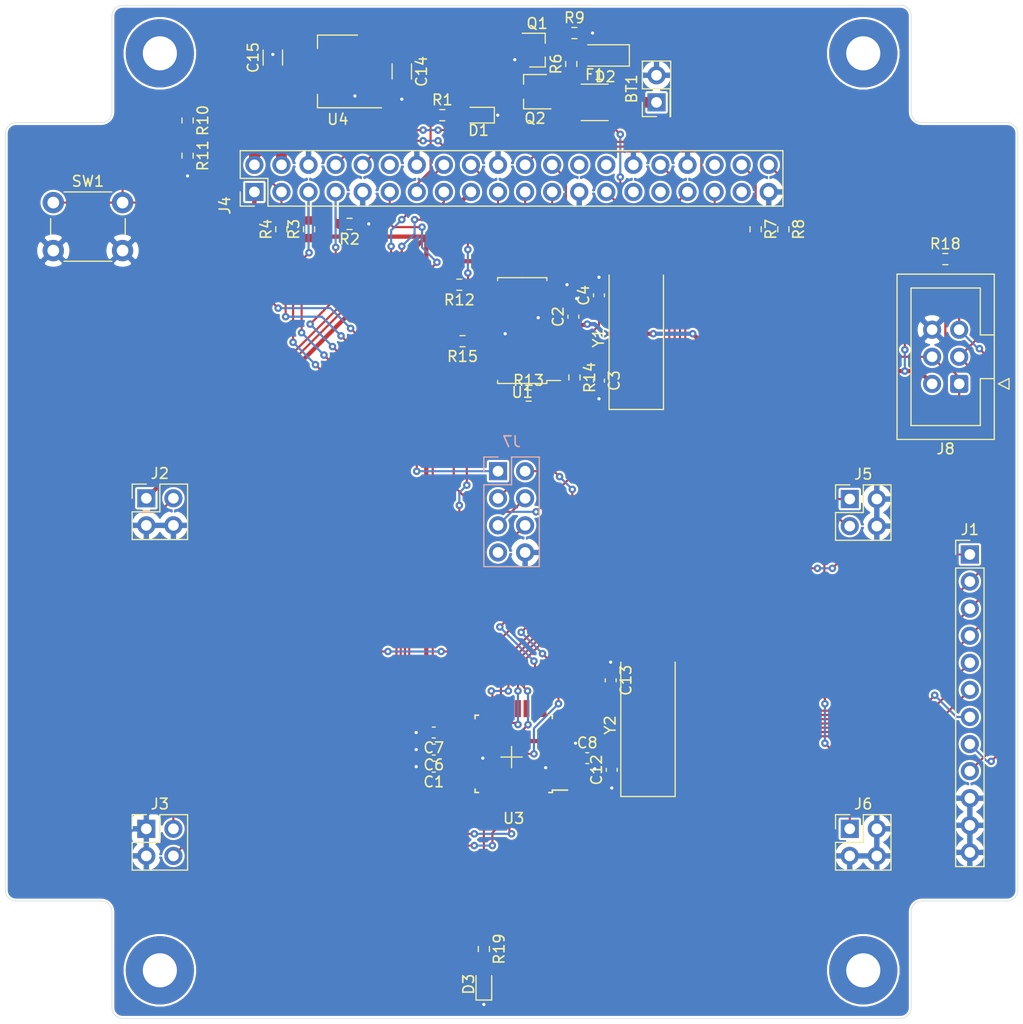
<source format=kicad_pcb>
(kicad_pcb (version 20171130) (host pcbnew 5.1.10)
  (layers (0 F.Cu signal) (31 B.Cu signal) (34 B.Paste user) (35 F.Paste user) (36 B.SilkS user) (37 F.SilkS user) (38 B.Mask user) (39 F.Mask user) (44 Edge.Cuts user))
  (net 0 "")
  (net 1 GND)
  (net 2 "Net-(BT1-Pad1)")
  (net 3 /REF_BAT)
  (net 4 +3V3)
  (net 5 "Net-(C3-Pad1)")
  (net 6 "Net-(C4-Pad1)")
  (net 7 +BATT)
  (net 8 "Net-(C6-Pad1)")
  (net 9 +5V)
  (net 10 "Net-(C12-Pad2)")
  (net 11 "Net-(C13-Pad2)")
  (net 12 "Net-(D1-Pad2)")
  (net 13 "Net-(D2-Pad2)")
  (net 14 /MASTER_ON)
  (net 15 "Net-(D3-Pad2)")
  (net 16 /BAT_RAW)
  (net 17 "Net-(H1-Pad1)")
  (net 18 "Net-(H2-Pad1)")
  (net 19 "Net-(H3-Pad1)")
  (net 20 "Net-(H4-Pad1)")
  (net 21 /PI_RXD)
  (net 22 /PI_TXD)
  (net 23 /PD2)
  (net 24 /UC_RX)
  (net 25 /UC_TX)
  (net 26 /SCK)
  (net 27 /MISO)
  (net 28 /MOSI)
  (net 29 /SS)
  (net 30 /SP+)
  (net 31 /TRIG)
  (net 32 /SP-)
  (net 33 "Net-(J4-Pad40)")
  (net 34 "Net-(J4-Pad38)")
  (net 35 /BR-)
  (net 36 "Net-(J4-Pad36)")
  (net 37 "Net-(J4-Pad31)")
  (net 38 "Net-(J4-Pad29)")
  (net 39 "Net-(J4-Pad28)")
  (net 40 "Net-(J4-Pad26)")
  (net 41 "Net-(J4-Pad24)")
  (net 42 "Net-(J4-Pad23)")
  (net 43 /BR+)
  (net 44 "Net-(J4-Pad21)")
  (net 45 "Net-(J4-Pad19)")
  (net 46 /STAT)
  (net 47 /PI_LED)
  (net 48 "Net-(J4-Pad12)")
  (net 49 /PI_SHTDN)
  (net 50 "Net-(J7-Pad7)")
  (net 51 /DN_RETO)
  (net 52 /UP_RETO)
  (net 53 /DN_TX)
  (net 54 /UP_TX)
  (net 55 /~RESET)
  (net 56 /PWR_EN)
  (net 57 "Net-(R13-Pad2)")
  (net 58 "Net-(R14-Pad1)")
  (net 59 "Net-(R15-Pad1)")
  (net 60 /UC_LED)
  (net 61 "Net-(U1-Pad28)")
  (net 62 "Net-(U1-Pad27)")
  (net 63 "Net-(U1-Pad26)")
  (net 64 "Net-(U1-Pad25)")
  (net 65 "Net-(U1-Pad21)")
  (net 66 "Net-(U1-Pad20)")
  (net 67 "Net-(U1-Pad19)")
  (net 68 "Net-(U1-Pad18)")
  (net 69 "Net-(U1-Pad17)")
  (net 70 "Net-(U1-Pad16)")
  (net 71 "Net-(U1-Pad2)")
  (net 72 "Net-(U1-Pad1)")
  (net 73 "Net-(U3-Pad24)")
  (net 74 "Net-(U3-Pad19)")
  (net 75 "Net-(U3-Pad13)")
  (net 76 "Net-(U3-Pad12)")
  (net 77 "Net-(U3-Pad11)")
  (net 78 "Net-(U3-Pad9)")
  (net 79 "Net-(U3-Pad2)")
  (net 80 "Net-(U3-Pad1)")
  (net 81 /SCL)
  (net 82 /SDA)
  (net 83 "Net-(J4-Pad37)")
  (net 84 /~SC_IRQ)
  (net 85 /BTN_TRIG)
  (module Resistor_SMD:R_0603_1608Metric (layer F.Cu) (at 128.4 73.5 90)
    (fp_text reference R4 (at 0 -1.43 90) (layer F.SilkS))
    (fp_text value 10k)
    (pad 2 smd roundrect (at 0.825 0 90) (size 0.8 0.95) (layers F.Cu F.Paste F.Mask) (net 82 /SDA))
    (pad 1 smd roundrect (at -0.825 0 90) (size 0.8 0.95) (layers F.Cu F.Paste F.Mask) (net 4 +3V3))
  )
  (module Resistor_SMD:R_0603_1608Metric (layer F.Cu) (at 131 73.5 90)
    (fp_text reference R3 (at 0 -1.43 90) (layer F.SilkS))
    (fp_text value 10k)
    (pad 2 smd roundrect (at 0.825 0 90) (size 0.8 0.95) (layers F.Cu F.Paste F.Mask) (net 81 /SCL))
    (pad 1 smd roundrect (at -0.825 0 90) (size 0.8 0.95) (layers F.Cu F.Paste F.Mask) (net 4 +3V3))
  )
  (module Connector_IDC:IDC-Header_2x03_P2.54mm_Vertical (layer F.Cu) (at 192 88 180)
    (fp_text reference J8 (at 1.27 -6.1) (layer F.SilkS))
    (fp_text value ISP)
    (pad 6 thru_hole circle (at 2.54 5.08 180) (size 1.7 1.7) (drill 1) (layers *.Cu *.Mask) (net 1 GND))
    (pad 4 thru_hole circle (at 2.54 2.54 180) (size 1.7 1.7) (drill 1) (layers *.Cu *.Mask) (net 28 /MOSI))
    (pad 2 thru_hole circle (at 2.54 0 180) (size 1.7 1.7) (drill 1) (layers *.Cu *.Mask) (net 4 +3V3))
    (pad 5 thru_hole circle (at 0 5.08 180) (size 1.7 1.7) (drill 1) (layers *.Cu *.Mask) (net 55 /~RESET))
    (pad 3 thru_hole circle (at 0 2.54 180) (size 1.7 1.7) (drill 1) (layers *.Cu *.Mask) (net 26 /SCK))
    (pad 1 thru_hole roundrect (at 0 0 180) (size 1.7 1.7) (drill 1) (layers *.Cu *.Mask) (roundrect_rratio 0.147059) (net 27 /MISO))
  )
  (module Capacitor_SMD:C_1206_3216Metric (layer F.Cu) (at 127.6 57.4 90)
    (fp_text reference C15 (at 0 -1.85 90) (layer F.SilkS))
    (fp_text value 22u)
    (pad 2 smd roundrect (at 1.475 0 90) (size 1.15 1.8) (layers F.Cu F.Paste F.Mask) (roundrect_rratio 0.217391) (net 1 GND))
    (pad 1 smd roundrect (at -1.475 0 90) (size 1.15 1.8) (layers F.Cu F.Paste F.Mask) (roundrect_rratio 0.217391) (net 9 +5V))
  )
  (module Capacitor_SMD:C_1206_3216Metric (layer F.Cu) (at 139.7 58.7 270)
    (fp_text reference C14 (at 0 -1.85 90) (layer F.SilkS))
    (fp_text value 10u)
    (pad 2 smd roundrect (at 1.475 0 270) (size 1.15 1.8) (layers F.Cu F.Paste F.Mask) (roundrect_rratio 0.217391) (net 1 GND))
    (pad 1 smd roundrect (at -1.475 0 270) (size 1.15 1.8) (layers F.Cu F.Paste F.Mask) (roundrect_rratio 0.217391) (net 7 +BATT))
  )
  (module main_pcb:RPiZero (layer F.Cu) (at 125.87 70 90)
    (fp_text reference J4 (at -1.27 -2.77 90) (layer F.SilkS))
    (fp_text value Raspberry_Pi_Zero_WH)
    (pad 40 thru_hole oval (at 2.54 48.26 90) (size 1.7 1.7) (drill 1) (layers *.Cu *.Mask) (net 33 "Net-(J4-Pad40)"))
    (pad 39 thru_hole oval (at 0 48.26 90) (size 1.7 1.7) (drill 1) (layers *.Cu *.Mask) (net 1 GND))
    (pad 38 thru_hole oval (at 2.54 45.72 90) (size 1.7 1.7) (drill 1) (layers *.Cu *.Mask) (net 34 "Net-(J4-Pad38)"))
    (pad 37 thru_hole oval (at 0 45.72 90) (size 1.7 1.7) (drill 1) (layers *.Cu *.Mask) (net 83 "Net-(J4-Pad37)"))
    (pad 36 thru_hole oval (at 2.54 43.18 90) (size 1.7 1.7) (drill 1) (layers *.Cu *.Mask) (net 36 "Net-(J4-Pad36)"))
    (pad 35 thru_hole oval (at 0 43.18 90) (size 1.7 1.7) (drill 1) (layers *.Cu *.Mask) (net 27 /MISO))
    (pad 34 thru_hole oval (at 2.54 40.64 90) (size 1.7 1.7) (drill 1) (layers *.Cu *.Mask) (net 1 GND))
    (pad 33 thru_hole oval (at 0 40.64 90) (size 1.7 1.7) (drill 1) (layers *.Cu *.Mask) (net 46 /STAT))
    (pad 32 thru_hole oval (at 2.54 38.1 90) (size 1.7 1.7) (drill 1) (layers *.Cu *.Mask) (net 35 /BR-))
    (pad 31 thru_hole oval (at 0 38.1 90) (size 1.7 1.7) (drill 1) (layers *.Cu *.Mask) (net 37 "Net-(J4-Pad31)"))
    (pad 30 thru_hole oval (at 2.54 35.56 90) (size 1.7 1.7) (drill 1) (layers *.Cu *.Mask) (net 1 GND))
    (pad 29 thru_hole oval (at 0 35.56 90) (size 1.7 1.7) (drill 1) (layers *.Cu *.Mask) (net 38 "Net-(J4-Pad29)"))
    (pad 28 thru_hole oval (at 2.54 33.02 90) (size 1.7 1.7) (drill 1) (layers *.Cu *.Mask) (net 39 "Net-(J4-Pad28)"))
    (pad 27 thru_hole oval (at 0 33.02 90) (size 1.7 1.7) (drill 1) (layers *.Cu *.Mask) (net 85 /BTN_TRIG))
    (pad 26 thru_hole oval (at 2.54 30.48 90) (size 1.7 1.7) (drill 1) (layers *.Cu *.Mask) (net 40 "Net-(J4-Pad26)"))
    (pad 25 thru_hole oval (at 0 30.48 90) (size 1.7 1.7) (drill 1) (layers *.Cu *.Mask) (net 1 GND))
    (pad 24 thru_hole oval (at 2.54 27.94 90) (size 1.7 1.7) (drill 1) (layers *.Cu *.Mask) (net 41 "Net-(J4-Pad24)"))
    (pad 23 thru_hole oval (at 0 27.94 90) (size 1.7 1.7) (drill 1) (layers *.Cu *.Mask) (net 42 "Net-(J4-Pad23)"))
    (pad 22 thru_hole oval (at 2.54 25.4 90) (size 1.7 1.7) (drill 1) (layers *.Cu *.Mask) (net 43 /BR+))
    (pad 21 thru_hole oval (at 0 25.4 90) (size 1.7 1.7) (drill 1) (layers *.Cu *.Mask) (net 44 "Net-(J4-Pad21)"))
    (pad 20 thru_hole oval (at 2.54 22.86 90) (size 1.7 1.7) (drill 1) (layers *.Cu *.Mask) (net 1 GND))
    (pad 19 thru_hole oval (at 0 22.86 90) (size 1.7 1.7) (drill 1) (layers *.Cu *.Mask) (net 45 "Net-(J4-Pad19)"))
    (pad 18 thru_hole oval (at 2.54 20.32 90) (size 1.7 1.7) (drill 1) (layers *.Cu *.Mask) (net 84 /~SC_IRQ))
    (pad 17 thru_hole oval (at 0 20.32 90) (size 1.7 1.7) (drill 1) (layers *.Cu *.Mask) (net 4 +3V3))
    (pad 16 thru_hole oval (at 2.54 17.78 90) (size 1.7 1.7) (drill 1) (layers *.Cu *.Mask) (net 32 /SP-))
    (pad 15 thru_hole oval (at 0 17.78 90) (size 1.7 1.7) (drill 1) (layers *.Cu *.Mask) (net 30 /SP+))
    (pad 14 thru_hole oval (at 2.54 15.24 90) (size 1.7 1.7) (drill 1) (layers *.Cu *.Mask) (net 1 GND))
    (pad 13 thru_hole oval (at 0 15.24 90) (size 1.7 1.7) (drill 1) (layers *.Cu *.Mask) (net 47 /PI_LED))
    (pad 12 thru_hole oval (at 2.54 12.7 90) (size 1.7 1.7) (drill 1) (layers *.Cu *.Mask) (net 48 "Net-(J4-Pad12)"))
    (pad 11 thru_hole oval (at 0 12.7 90) (size 1.7 1.7) (drill 1) (layers *.Cu *.Mask) (net 29 /SS))
    (pad 10 thru_hole oval (at 2.54 10.16 90) (size 1.7 1.7) (drill 1) (layers *.Cu *.Mask) (net 21 /PI_RXD))
    (pad 9 thru_hole oval (at 0 10.16 90) (size 1.7 1.7) (drill 1) (layers *.Cu *.Mask) (net 1 GND))
    (pad 8 thru_hole oval (at 2.54 7.62 90) (size 1.7 1.7) (drill 1) (layers *.Cu *.Mask) (net 22 /PI_TXD))
    (pad 7 thru_hole oval (at 0 7.62 90) (size 1.7 1.7) (drill 1) (layers *.Cu *.Mask) (net 49 /PI_SHTDN))
    (pad 6 thru_hole oval (at 2.54 5.08 90) (size 1.7 1.7) (drill 1) (layers *.Cu *.Mask) (net 1 GND))
    (pad 5 thru_hole oval (at 0 5.08 90) (size 1.7 1.7) (drill 1) (layers *.Cu *.Mask) (net 81 /SCL))
    (pad 4 thru_hole oval (at 2.54 2.54 90) (size 1.7 1.7) (drill 1) (layers *.Cu *.Mask) (net 9 +5V))
    (pad 3 thru_hole oval (at 0 2.54 90) (size 1.7 1.7) (drill 1) (layers *.Cu *.Mask) (net 82 /SDA))
    (pad 2 thru_hole oval (at 2.54 0 90) (size 1.7 1.7) (drill 1) (layers *.Cu *.Mask) (net 9 +5V))
    (pad 1 thru_hole rect (at 0 0 90) (size 1.7 1.7) (drill 1) (layers *.Cu *.Mask) (net 4 +3V3))
  )
  (module Crystal:Crystal_SMD_HC49-SD (layer F.Cu) (at 162.8 120 90)
    (fp_text reference Y2 (at 0 -3.55 90) (layer F.SilkS))
    (fp_text value 8MHz)
    (pad 2 smd rect (at 4.25 0 90) (size 4.5 2) (layers F.Cu F.Paste F.Mask) (net 11 "Net-(C13-Pad2)"))
    (pad 1 smd rect (at -4.25 0 90) (size 4.5 2) (layers F.Cu F.Paste F.Mask) (net 10 "Net-(C12-Pad2)"))
  )
  (module Crystal:Crystal_SMD_HC49-SD (layer F.Cu) (at 161.7 83.7 90)
    (fp_text reference Y1 (at 0 -3.55 90) (layer F.SilkS))
    (fp_text value "16 MHz")
    (pad 2 smd rect (at 4.25 0 90) (size 4.5 2) (layers F.Cu F.Paste F.Mask) (net 6 "Net-(C4-Pad1)"))
    (pad 1 smd rect (at -4.25 0 90) (size 4.5 2) (layers F.Cu F.Paste F.Mask) (net 5 "Net-(C3-Pad1)"))
  )
  (module Package_TO_SOT_SMD:SOT-223-3_TabPin2 (layer F.Cu) (at 133.7 58.7 180)
    (fp_text reference U4 (at 0 -4.5) (layer F.SilkS))
    (fp_text value AZ1117-50)
    (pad 1 smd rect (at -3.15 -2.3 180) (size 2 1.5) (layers F.Cu F.Paste F.Mask) (net 1 GND))
    (pad 3 smd rect (at -3.15 2.3 180) (size 2 1.5) (layers F.Cu F.Paste F.Mask) (net 7 +BATT))
    (pad 2 smd rect (at -3.15 0 180) (size 2 1.5) (layers F.Cu F.Paste F.Mask) (net 9 +5V))
    (pad 2 smd rect (at 3.15 0 180) (size 2 3.8) (layers F.Cu F.Paste F.Mask) (net 9 +5V))
  )
  (module Package_QFP:TQFP-32_7x7mm_P0.8mm (layer F.Cu) (at 150.2 122.7 180)
    (fp_text reference U3 (at 0 -6.05) (layer F.SilkS))
    (fp_text value ATmega328P-AU)
    (pad 32 smd rect (at -2.8 -4.25 270) (size 1.6 0.55) (layers F.Cu F.Paste F.Mask) (net 23 /PD2))
    (pad 31 smd rect (at -2 -4.25 270) (size 1.6 0.55) (layers F.Cu F.Paste F.Mask) (net 25 /UC_TX))
    (pad 30 smd rect (at -1.2 -4.25 270) (size 1.6 0.55) (layers F.Cu F.Paste F.Mask) (net 24 /UC_RX))
    (pad 29 smd rect (at -0.4 -4.25 270) (size 1.6 0.55) (layers F.Cu F.Paste F.Mask) (net 55 /~RESET))
    (pad 28 smd rect (at 0.4 -4.25 270) (size 1.6 0.55) (layers F.Cu F.Paste F.Mask) (net 81 /SCL))
    (pad 27 smd rect (at 1.2 -4.25 270) (size 1.6 0.55) (layers F.Cu F.Paste F.Mask) (net 82 /SDA))
    (pad 26 smd rect (at 2 -4.25 270) (size 1.6 0.55) (layers F.Cu F.Paste F.Mask) (net 56 /PWR_EN))
    (pad 25 smd rect (at 2.8 -4.25 270) (size 1.6 0.55) (layers F.Cu F.Paste F.Mask) (net 60 /UC_LED))
    (pad 24 smd rect (at 4.25 -2.8 180) (size 1.6 0.55) (layers F.Cu F.Paste F.Mask) (net 73 "Net-(U3-Pad24)"))
    (pad 23 smd rect (at 4.25 -2 180) (size 1.6 0.55) (layers F.Cu F.Paste F.Mask) (net 49 /PI_SHTDN))
    (pad 22 smd rect (at 4.25 -1.2 180) (size 1.6 0.55) (layers F.Cu F.Paste F.Mask) (net 3 /REF_BAT))
    (pad 21 smd rect (at 4.25 -0.4 180) (size 1.6 0.55) (layers F.Cu F.Paste F.Mask) (net 1 GND))
    (pad 20 smd rect (at 4.25 0.4 180) (size 1.6 0.55) (layers F.Cu F.Paste F.Mask) (net 8 "Net-(C6-Pad1)"))
    (pad 19 smd rect (at 4.25 1.2 180) (size 1.6 0.55) (layers F.Cu F.Paste F.Mask) (net 74 "Net-(U3-Pad19)"))
    (pad 18 smd rect (at 4.25 2 180) (size 1.6 0.55) (layers F.Cu F.Paste F.Mask) (net 4 +3V3))
    (pad 17 smd rect (at 4.25 2.8 180) (size 1.6 0.55) (layers F.Cu F.Paste F.Mask) (net 26 /SCK))
    (pad 16 smd rect (at 2.8 4.25 270) (size 1.6 0.55) (layers F.Cu F.Paste F.Mask) (net 27 /MISO))
    (pad 15 smd rect (at 2 4.25 270) (size 1.6 0.55) (layers F.Cu F.Paste F.Mask) (net 28 /MOSI))
    (pad 14 smd rect (at 1.2 4.25 270) (size 1.6 0.55) (layers F.Cu F.Paste F.Mask) (net 29 /SS))
    (pad 13 smd rect (at 0.4 4.25 270) (size 1.6 0.55) (layers F.Cu F.Paste F.Mask) (net 75 "Net-(U3-Pad13)"))
    (pad 12 smd rect (at -0.4 4.25 270) (size 1.6 0.55) (layers F.Cu F.Paste F.Mask) (net 76 "Net-(U3-Pad12)"))
    (pad 11 smd rect (at -1.2 4.25 270) (size 1.6 0.55) (layers F.Cu F.Paste F.Mask) (net 77 "Net-(U3-Pad11)"))
    (pad 10 smd rect (at -2 4.25 270) (size 1.6 0.55) (layers F.Cu F.Paste F.Mask) (net 31 /TRIG))
    (pad 9 smd rect (at -2.8 4.25 270) (size 1.6 0.55) (layers F.Cu F.Paste F.Mask) (net 78 "Net-(U3-Pad9)"))
    (pad 8 smd rect (at -4.25 2.8 180) (size 1.6 0.55) (layers F.Cu F.Paste F.Mask) (net 11 "Net-(C13-Pad2)"))
    (pad 7 smd rect (at -4.25 2 180) (size 1.6 0.55) (layers F.Cu F.Paste F.Mask) (net 10 "Net-(C12-Pad2)"))
    (pad 6 smd rect (at -4.25 1.2 180) (size 1.6 0.55) (layers F.Cu F.Paste F.Mask) (net 4 +3V3))
    (pad 5 smd rect (at -4.25 0.4 180) (size 1.6 0.55) (layers F.Cu F.Paste F.Mask) (net 1 GND))
    (pad 4 smd rect (at -4.25 -0.4 180) (size 1.6 0.55) (layers F.Cu F.Paste F.Mask) (net 4 +3V3))
    (pad 3 smd rect (at -4.25 -1.2 180) (size 1.6 0.55) (layers F.Cu F.Paste F.Mask) (net 1 GND))
    (pad 2 smd rect (at -4.25 -2 180) (size 1.6 0.55) (layers F.Cu F.Paste F.Mask) (net 79 "Net-(U3-Pad2)"))
    (pad 1 smd rect (at -4.25 -2.8 180) (size 1.6 0.55) (layers F.Cu F.Paste F.Mask) (net 80 "Net-(U3-Pad1)"))
  )
  (module Package_SO:TSSOP-28_4.4x9.7mm_P0.65mm (layer F.Cu) (at 151 83 180)
    (fp_text reference U1 (at 0 -5.8) (layer F.SilkS))
    (fp_text value SC16IS752IPW)
    (pad 28 smd roundrect (at 2.8625 -4.225 180) (size 1.475 0.4) (layers F.Cu F.Paste F.Mask) (net 61 "Net-(U1-Pad28)"))
    (pad 27 smd roundrect (at 2.8625 -3.575 180) (size 1.475 0.4) (layers F.Cu F.Paste F.Mask) (net 62 "Net-(U1-Pad27)"))
    (pad 26 smd roundrect (at 2.8625 -2.925 180) (size 1.475 0.4) (layers F.Cu F.Paste F.Mask) (net 63 "Net-(U1-Pad26)"))
    (pad 25 smd roundrect (at 2.8625 -2.275 180) (size 1.475 0.4) (layers F.Cu F.Paste F.Mask) (net 64 "Net-(U1-Pad25)"))
    (pad 24 smd roundrect (at 2.8625 -1.625 180) (size 1.475 0.4) (layers F.Cu F.Paste F.Mask) (net 51 /DN_RETO))
    (pad 23 smd roundrect (at 2.8625 -0.975 180) (size 1.475 0.4) (layers F.Cu F.Paste F.Mask) (net 59 "Net-(R15-Pad1)"))
    (pad 22 smd roundrect (at 2.8625 -0.325 180) (size 1.475 0.4) (layers F.Cu F.Paste F.Mask) (net 1 GND))
    (pad 21 smd roundrect (at 2.8625 0.325 180) (size 1.475 0.4) (layers F.Cu F.Paste F.Mask) (net 65 "Net-(U1-Pad21)"))
    (pad 20 smd roundrect (at 2.8625 0.975 180) (size 1.475 0.4) (layers F.Cu F.Paste F.Mask) (net 66 "Net-(U1-Pad20)"))
    (pad 19 smd roundrect (at 2.8625 1.625 180) (size 1.475 0.4) (layers F.Cu F.Paste F.Mask) (net 67 "Net-(U1-Pad19)"))
    (pad 18 smd roundrect (at 2.8625 2.275 180) (size 1.475 0.4) (layers F.Cu F.Paste F.Mask) (net 68 "Net-(U1-Pad18)"))
    (pad 17 smd roundrect (at 2.8625 2.925 180) (size 1.475 0.4) (layers F.Cu F.Paste F.Mask) (net 69 "Net-(U1-Pad17)"))
    (pad 16 smd roundrect (at 2.8625 3.575 180) (size 1.475 0.4) (layers F.Cu F.Paste F.Mask) (net 70 "Net-(U1-Pad16)"))
    (pad 15 smd roundrect (at 2.8625 4.225 180) (size 1.475 0.4) (layers F.Cu F.Paste F.Mask) (net 84 /~SC_IRQ))
    (pad 14 smd roundrect (at -2.8625 4.225 180) (size 1.475 0.4) (layers F.Cu F.Paste F.Mask) (net 1 GND))
    (pad 13 smd roundrect (at -2.8625 3.575 180) (size 1.475 0.4) (layers F.Cu F.Paste F.Mask) (net 42 "Net-(J4-Pad23)"))
    (pad 12 smd roundrect (at -2.8625 2.925 180) (size 1.475 0.4) (layers F.Cu F.Paste F.Mask) (net 44 "Net-(J4-Pad21)"))
    (pad 11 smd roundrect (at -2.8625 2.275 180) (size 1.475 0.4) (layers F.Cu F.Paste F.Mask) (net 45 "Net-(J4-Pad19)"))
    (pad 10 smd roundrect (at -2.8625 1.625 180) (size 1.475 0.4) (layers F.Cu F.Paste F.Mask) (net 41 "Net-(J4-Pad24)"))
    (pad 9 smd roundrect (at -2.8625 0.975 180) (size 1.475 0.4) (layers F.Cu F.Paste F.Mask) (net 1 GND))
    (pad 8 smd roundrect (at -2.8625 0.325 180) (size 1.475 0.4) (layers F.Cu F.Paste F.Mask) (net 4 +3V3))
    (pad 7 smd roundrect (at -2.8625 -0.325 180) (size 1.475 0.4) (layers F.Cu F.Paste F.Mask) (net 6 "Net-(C4-Pad1)"))
    (pad 6 smd roundrect (at -2.8625 -0.975 180) (size 1.475 0.4) (layers F.Cu F.Paste F.Mask) (net 5 "Net-(C3-Pad1)"))
    (pad 5 smd roundrect (at -2.8625 -1.625 180) (size 1.475 0.4) (layers F.Cu F.Paste F.Mask) (net 57 "Net-(R13-Pad2)"))
    (pad 4 smd roundrect (at -2.8625 -2.275 180) (size 1.475 0.4) (layers F.Cu F.Paste F.Mask) (net 52 /UP_RETO))
    (pad 3 smd roundrect (at -2.8625 -2.925 180) (size 1.475 0.4) (layers F.Cu F.Paste F.Mask) (net 58 "Net-(R14-Pad1)"))
    (pad 2 smd roundrect (at -2.8625 -3.575 180) (size 1.475 0.4) (layers F.Cu F.Paste F.Mask) (net 71 "Net-(U1-Pad2)"))
    (pad 1 smd roundrect (at -2.8625 -4.225 180) (size 1.475 0.4) (layers F.Cu F.Paste F.Mask) (net 72 "Net-(U1-Pad1)"))
  )
  (module Button_Switch_THT:SW_PUSH_6mm_H8mm (layer F.Cu) (at 107 71)
    (fp_text reference SW1 (at 3.25 -2) (layer F.SilkS))
    (fp_text value SW_SPST)
    (pad 1 thru_hole circle (at 6.5 0 90) (size 2 2) (drill 1.1) (layers *.Cu *.Mask) (net 14 /MASTER_ON))
    (pad 2 thru_hole circle (at 6.5 4.5 90) (size 2 2) (drill 1.1) (layers *.Cu *.Mask) (net 1 GND))
    (pad 1 thru_hole circle (at 0 0 90) (size 2 2) (drill 1.1) (layers *.Cu *.Mask) (net 14 /MASTER_ON))
    (pad 2 thru_hole circle (at 0 4.5 90) (size 2 2) (drill 1.1) (layers *.Cu *.Mask) (net 1 GND))
  )
  (module Resistor_SMD:R_0603_1608Metric (layer F.Cu) (at 147.4 141 270)
    (fp_text reference R19 (at 0 -1.43 90) (layer F.SilkS))
    (fp_text value 330)
    (pad 2 smd roundrect (at 0.825 0 270) (size 0.8 0.95) (layers F.Cu F.Paste F.Mask) (net 15 "Net-(D3-Pad2)"))
    (pad 1 smd roundrect (at -0.825 0 270) (size 0.8 0.95) (layers F.Cu F.Paste F.Mask) (net 60 /UC_LED))
  )
  (module Resistor_SMD:R_0603_1608Metric (layer F.Cu) (at 190.7 76.3)
    (fp_text reference R18 (at 0 -1.43) (layer F.SilkS))
    (fp_text value 10k)
    (pad 2 smd roundrect (at 0.825 0) (size 0.8 0.95) (layers F.Cu F.Paste F.Mask) (net 55 /~RESET))
    (pad 1 smd roundrect (at -0.825 0) (size 0.8 0.95) (layers F.Cu F.Paste F.Mask) (net 4 +3V3))
  )
  (module Resistor_SMD:R_0603_1608Metric (layer F.Cu) (at 145.4 84 180)
    (fp_text reference R15 (at 0 -1.43) (layer F.SilkS))
    (fp_text value 33)
    (pad 2 smd roundrect (at 0.825 0 180) (size 0.8 0.95) (layers F.Cu F.Paste F.Mask) (net 53 /DN_TX))
    (pad 1 smd roundrect (at -0.825 0 180) (size 0.8 0.95) (layers F.Cu F.Paste F.Mask) (net 59 "Net-(R15-Pad1)"))
  )
  (module Resistor_SMD:R_0603_1608Metric (layer F.Cu) (at 155.9 87.4 270)
    (fp_text reference R14 (at 0 -1.43 90) (layer F.SilkS))
    (fp_text value 33)
    (pad 2 smd roundrect (at 0.825 0 270) (size 0.8 0.95) (layers F.Cu F.Paste F.Mask) (net 54 /UP_TX))
    (pad 1 smd roundrect (at -0.825 0 270) (size 0.8 0.95) (layers F.Cu F.Paste F.Mask) (net 58 "Net-(R14-Pad1)"))
  )
  (module Resistor_SMD:R_0603_1608Metric (layer F.Cu) (at 151.6 89.1)
    (fp_text reference R13 (at 0 -1.43) (layer F.SilkS))
    (fp_text value 1k)
    (pad 2 smd roundrect (at 0.825 0) (size 0.8 0.95) (layers F.Cu F.Paste F.Mask) (net 57 "Net-(R13-Pad2)"))
    (pad 1 smd roundrect (at -0.825 0) (size 0.8 0.95) (layers F.Cu F.Paste F.Mask) (net 4 +3V3))
  )
  (module Resistor_SMD:R_0603_1608Metric (layer F.Cu) (at 145.1 78.7 180)
    (fp_text reference R12 (at 0 -1.43) (layer F.SilkS))
    (fp_text value 1k)
    (pad 2 smd roundrect (at 0.825 0 180) (size 0.8 0.95) (layers F.Cu F.Paste F.Mask) (net 4 +3V3))
    (pad 1 smd roundrect (at -0.825 0 180) (size 0.8 0.95) (layers F.Cu F.Paste F.Mask) (net 84 /~SC_IRQ))
  )
  (module Resistor_SMD:R_0603_1608Metric (layer F.Cu) (at 119.6 66.6 270)
    (fp_text reference R11 (at 0 -1.43 90) (layer F.SilkS))
    (fp_text value 15k)
    (pad 2 smd roundrect (at 0.825 0 270) (size 0.8 0.95) (layers F.Cu F.Paste F.Mask) (net 1 GND))
    (pad 1 smd roundrect (at -0.825 0 270) (size 0.8 0.95) (layers F.Cu F.Paste F.Mask) (net 3 /REF_BAT))
  )
  (module Resistor_SMD:R_0603_1608Metric (layer F.Cu) (at 119.6 63.3 270)
    (fp_text reference R10 (at 0 -1.43 90) (layer F.SilkS))
    (fp_text value 10k)
    (pad 2 smd roundrect (at 0.825 0 270) (size 0.8 0.95) (layers F.Cu F.Paste F.Mask) (net 3 /REF_BAT))
    (pad 1 smd roundrect (at -0.825 0 270) (size 0.8 0.95) (layers F.Cu F.Paste F.Mask) (net 7 +BATT))
  )
  (module Resistor_SMD:R_0603_1608Metric (layer F.Cu) (at 155.9 55.1)
    (fp_text reference R9 (at 0 -1.43) (layer F.SilkS))
    (fp_text value 10k)
    (pad 2 smd roundrect (at 0.825 0) (size 0.8 0.95) (layers F.Cu F.Paste F.Mask) (net 1 GND))
    (pad 1 smd roundrect (at -0.825 0) (size 0.8 0.95) (layers F.Cu F.Paste F.Mask) (net 56 /PWR_EN))
  )
  (module Resistor_SMD:R_0603_1608Metric (layer F.Cu) (at 175.5 73.5 270)
    (fp_text reference R8 (at 0 -1.43 90) (layer F.SilkS))
    (fp_text value 330)
    (pad 2 smd roundrect (at 0.825 0 270) (size 0.8 0.95) (layers F.Cu F.Paste F.Mask) (net 26 /SCK))
    (pad 1 smd roundrect (at -0.825 0 270) (size 0.8 0.95) (layers F.Cu F.Paste F.Mask) (net 33 "Net-(J4-Pad40)"))
  )
  (module Resistor_SMD:R_0603_1608Metric (layer F.Cu) (at 172.9 73.5 270)
    (fp_text reference R7 (at 0 -1.43 90) (layer F.SilkS))
    (fp_text value 330)
    (pad 2 smd roundrect (at 0.825 0 270) (size 0.8 0.95) (layers F.Cu F.Paste F.Mask) (net 28 /MOSI))
    (pad 1 smd roundrect (at -0.825 0 270) (size 0.8 0.95) (layers F.Cu F.Paste F.Mask) (net 34 "Net-(J4-Pad38)"))
  )
  (module Resistor_SMD:R_0603_1608Metric (layer F.Cu) (at 155.6 58 90)
    (fp_text reference R6 (at 0 -1.43 90) (layer F.SilkS))
    (fp_text value 10k)
    (pad 2 smd roundrect (at 0.825 0 90) (size 0.8 0.95) (layers F.Cu F.Paste F.Mask) (net 13 "Net-(D2-Pad2)"))
    (pad 1 smd roundrect (at -0.825 0 90) (size 0.8 0.95) (layers F.Cu F.Paste F.Mask) (net 16 /BAT_RAW))
  )
  (module Resistor_SMD:R_0603_1608Metric (layer F.Cu) (at 134.8 73 180)
    (fp_text reference R2 (at 0 -1.43) (layer F.SilkS))
    (fp_text value 1k)
    (pad 2 smd roundrect (at 0.825 0 180) (size 0.8 0.95) (layers F.Cu F.Paste F.Mask) (net 49 /PI_SHTDN))
    (pad 1 smd roundrect (at -0.825 0 180) (size 0.8 0.95) (layers F.Cu F.Paste F.Mask) (net 1 GND))
  )
  (module Resistor_SMD:R_0603_1608Metric (layer F.Cu) (at 143.5 62.8)
    (fp_text reference R1 (at 0 -1.43) (layer F.SilkS))
    (fp_text value 330)
    (pad 2 smd roundrect (at 0.825 0) (size 0.8 0.95) (layers F.Cu F.Paste F.Mask) (net 12 "Net-(D1-Pad2)"))
    (pad 1 smd roundrect (at -0.825 0) (size 0.8 0.95) (layers F.Cu F.Paste F.Mask) (net 47 /PI_LED))
  )
  (module Package_TO_SOT_SMD:SOT-23W (layer F.Cu) (at 152.2 60.6 180)
    (fp_text reference Q2 (at 0 -2.5) (layer F.SilkS))
    (fp_text value HSS2307)
    (pad 3 smd rect (at 1.2 0 180) (size 1 0.7) (layers F.Cu F.Paste F.Mask) (net 7 +BATT))
    (pad 2 smd rect (at -1.2 0.95 180) (size 1 0.7) (layers F.Cu F.Paste F.Mask) (net 13 "Net-(D2-Pad2)"))
    (pad 1 smd rect (at -1.2 -0.95 180) (size 1 0.7) (layers F.Cu F.Paste F.Mask) (net 16 /BAT_RAW))
  )
  (module Package_TO_SOT_SMD:SOT-23 (layer F.Cu) (at 152.4 56.7)
    (fp_text reference Q1 (at 0 -2.5) (layer F.SilkS))
    (fp_text value BSS123)
    (pad 3 smd rect (at 1 0) (size 0.9 0.8) (layers F.Cu F.Paste F.Mask) (net 13 "Net-(D2-Pad2)"))
    (pad 2 smd rect (at -1 0.95) (size 0.9 0.8) (layers F.Cu F.Paste F.Mask) (net 1 GND))
    (pad 1 smd rect (at -1 -0.95) (size 0.9 0.8) (layers F.Cu F.Paste F.Mask) (net 56 /PWR_EN))
  )
  (module Connector_PinSocket_2.54mm:PinSocket_2x04_P2.54mm_Vertical (layer B.Cu) (at 148.73 96.19 180)
    (fp_text reference J7 (at -1.27 2.77) (layer B.SilkS) (effects (justify mirror)))
    (fp_text value UPDN)
    (pad 8 thru_hole oval (at -2.54 -7.62 180) (size 1.7 1.7) (drill 1) (layers *.Cu *.Mask) (net 1 GND))
    (pad 7 thru_hole oval (at 0 -7.62 180) (size 1.7 1.7) (drill 1) (layers *.Cu *.Mask) (net 50 "Net-(J7-Pad7)"))
    (pad 6 thru_hole oval (at -2.54 -5.08 180) (size 1.7 1.7) (drill 1) (layers *.Cu *.Mask) (net 51 /DN_RETO))
    (pad 5 thru_hole oval (at 0 -5.08 180) (size 1.7 1.7) (drill 1) (layers *.Cu *.Mask) (net 52 /UP_RETO))
    (pad 4 thru_hole oval (at -2.54 -2.54 180) (size 1.7 1.7) (drill 1) (layers *.Cu *.Mask) (net 53 /DN_TX))
    (pad 3 thru_hole oval (at 0 -2.54 180) (size 1.7 1.7) (drill 1) (layers *.Cu *.Mask) (net 54 /UP_TX))
    (pad 2 thru_hole oval (at -2.54 0 180) (size 1.7 1.7) (drill 1) (layers *.Cu *.Mask) (net 31 /TRIG))
    (pad 1 thru_hole rect (at 0 0 180) (size 1.7 1.7) (drill 1) (layers *.Cu *.Mask) (net 14 /MASTER_ON))
  )
  (module Connector_PinHeader_2.54mm:PinHeader_2x02_P2.54mm_Vertical (layer F.Cu) (at 181.73 129.73)
    (fp_text reference J6 (at 1.27 -2.33) (layer F.SilkS))
    (fp_text value UI)
    (pad 4 thru_hole oval (at 2.54 2.54) (size 1.7 1.7) (drill 1) (layers *.Cu *.Mask) (net 1 GND))
    (pad 3 thru_hole oval (at 0 2.54) (size 1.7 1.7) (drill 1) (layers *.Cu *.Mask) (net 1 GND))
    (pad 2 thru_hole oval (at 2.54 0) (size 1.7 1.7) (drill 1) (layers *.Cu *.Mask) (net 1 GND))
    (pad 1 thru_hole rect (at 0 0) (size 1.7 1.7) (drill 1) (layers *.Cu *.Mask) (net 35 /BR-))
  )
  (module Connector_PinHeader_2.54mm:PinHeader_2x02_P2.54mm_Vertical (layer F.Cu) (at 181.73 98.8)
    (fp_text reference J5 (at 1.27 -2.33) (layer F.SilkS))
    (fp_text value UI)
    (pad 4 thru_hole oval (at 2.54 2.54) (size 1.7 1.7) (drill 1) (layers *.Cu *.Mask) (net 1 GND))
    (pad 3 thru_hole oval (at 0 2.54) (size 1.7 1.7) (drill 1) (layers *.Cu *.Mask) (net 46 /STAT))
    (pad 2 thru_hole oval (at 2.54 0) (size 1.7 1.7) (drill 1) (layers *.Cu *.Mask) (net 1 GND))
    (pad 1 thru_hole rect (at 0 0) (size 1.7 1.7) (drill 1) (layers *.Cu *.Mask) (net 43 /BR+))
  )
  (module Connector_PinHeader_2.54mm:PinHeader_2x02_P2.54mm_Vertical (layer F.Cu) (at 115.73 129.73)
    (fp_text reference J3 (at 1.27 -2.33) (layer F.SilkS))
    (fp_text value UI)
    (pad 4 thru_hole oval (at 2.54 2.54) (size 1.7 1.7) (drill 1) (layers *.Cu *.Mask) (net 85 /BTN_TRIG))
    (pad 3 thru_hole oval (at 0 2.54) (size 1.7 1.7) (drill 1) (layers *.Cu *.Mask) (net 1 GND))
    (pad 2 thru_hole oval (at 2.54 0) (size 1.7 1.7) (drill 1) (layers *.Cu *.Mask) (net 32 /SP-))
    (pad 1 thru_hole rect (at 0 0) (size 1.7 1.7) (drill 1) (layers *.Cu *.Mask) (net 1 GND))
  )
  (module Connector_PinHeader_2.54mm:PinHeader_2x02_P2.54mm_Vertical (layer F.Cu) (at 115.73 98.73)
    (fp_text reference J2 (at 1.27 -2.33) (layer F.SilkS))
    (fp_text value UI)
    (pad 4 thru_hole oval (at 2.54 2.54) (size 1.7 1.7) (drill 1) (layers *.Cu *.Mask) (net 1 GND))
    (pad 3 thru_hole oval (at 0 2.54) (size 1.7 1.7) (drill 1) (layers *.Cu *.Mask) (net 1 GND))
    (pad 2 thru_hole oval (at 2.54 0) (size 1.7 1.7) (drill 1) (layers *.Cu *.Mask) (net 30 /SP+))
    (pad 1 thru_hole rect (at 0 0) (size 1.7 1.7) (drill 1) (layers *.Cu *.Mask) (net 4 +3V3))
  )
  (module Connector_PinHeader_2.54mm:PinHeader_1x12_P2.54mm_Vertical (layer F.Cu) (at 193 104)
    (fp_text reference J1 (at 0 -2.33) (layer F.SilkS))
    (fp_text value DBG)
    (pad 12 thru_hole oval (at 0 27.94) (size 1.7 1.7) (drill 1) (layers *.Cu *.Mask) (net 1 GND))
    (pad 11 thru_hole oval (at 0 25.4) (size 1.7 1.7) (drill 1) (layers *.Cu *.Mask) (net 1 GND))
    (pad 10 thru_hole oval (at 0 22.86) (size 1.7 1.7) (drill 1) (layers *.Cu *.Mask) (net 1 GND))
    (pad 9 thru_hole oval (at 0 20.32) (size 1.7 1.7) (drill 1) (layers *.Cu *.Mask) (net 21 /PI_RXD))
    (pad 8 thru_hole oval (at 0 17.78) (size 1.7 1.7) (drill 1) (layers *.Cu *.Mask) (net 22 /PI_TXD))
    (pad 7 thru_hole oval (at 0 15.24) (size 1.7 1.7) (drill 1) (layers *.Cu *.Mask) (net 23 /PD2))
    (pad 6 thru_hole oval (at 0 12.7) (size 1.7 1.7) (drill 1) (layers *.Cu *.Mask) (net 24 /UC_RX))
    (pad 5 thru_hole oval (at 0 10.16) (size 1.7 1.7) (drill 1) (layers *.Cu *.Mask) (net 25 /UC_TX))
    (pad 4 thru_hole oval (at 0 7.62) (size 1.7 1.7) (drill 1) (layers *.Cu *.Mask) (net 26 /SCK))
    (pad 3 thru_hole oval (at 0 5.08) (size 1.7 1.7) (drill 1) (layers *.Cu *.Mask) (net 27 /MISO))
    (pad 2 thru_hole oval (at 0 2.54) (size 1.7 1.7) (drill 1) (layers *.Cu *.Mask) (net 28 /MOSI))
    (pad 1 thru_hole rect (at 0 0) (size 1.7 1.7) (drill 1) (layers *.Cu *.Mask) (net 29 /SS))
  )
  (module MountingHole:MountingHole_3.2mm_M3_Pad (layer F.Cu) (at 117 143)
    (fp_text reference H4 hide)
    (fp_text value MountingHole_Pad)
    (pad 1 thru_hole circle (at 0 0) (size 6.4 6.4) (drill 3.2) (layers *.Cu *.Mask) (net 20 "Net-(H4-Pad1)"))
  )
  (module MountingHole:MountingHole_3.2mm_M3_Pad (layer F.Cu) (at 183 143)
    (fp_text reference H3 hide)
    (fp_text value MountingHole_Pad)
    (pad 1 thru_hole circle (at 0 0) (size 6.4 6.4) (drill 3.2) (layers *.Cu *.Mask) (net 19 "Net-(H3-Pad1)"))
  )
  (module MountingHole:MountingHole_3.2mm_M3_Pad (layer F.Cu) (at 183 57)
    (fp_text reference H2 hide)
    (fp_text value MountingHole_Pad)
    (pad 1 thru_hole circle (at 0 0) (size 6.4 6.4) (drill 3.2) (layers *.Cu *.Mask) (net 18 "Net-(H2-Pad1)"))
  )
  (module MountingHole:MountingHole_3.2mm_M3_Pad (layer F.Cu) (at 117 57)
    (fp_text reference H1 hide)
    (fp_text value MountingHole_Pad)
    (pad 1 thru_hole circle (at 0 0) (size 6.4 6.4) (drill 3.2) (layers *.Cu *.Mask) (net 17 "Net-(H1-Pad1)"))
  )
  (module Fuse:Fuse_1812_4532Metric_Castellated (layer F.Cu) (at 157.8 61.6)
    (fp_text reference F1 (at 0 -2.6) (layer F.SilkS))
    (fp_text value Polyfuse)
    (pad 2 smd roundrect (at 2.1625 0) (size 1.475 3.3) (layers F.Cu F.Paste F.Mask) (roundrect_rratio 0.169492) (net 2 "Net-(BT1-Pad1)"))
    (pad 1 smd roundrect (at -2.1625 0) (size 1.475 3.3) (layers F.Cu F.Paste F.Mask) (roundrect_rratio 0.169492) (net 16 /BAT_RAW))
  )
  (module LED_SMD:LED_0603_1608Metric (layer F.Cu) (at 147.4 144.3 90)
    (fp_text reference D3 (at 0 -1.43 90) (layer F.SilkS))
    (fp_text value LED)
    (pad 2 smd roundrect (at 0.7875 0 90) (size 0.875 0.95) (layers F.Cu F.Paste F.Mask) (net 15 "Net-(D3-Pad2)"))
    (pad 1 smd roundrect (at -0.7875 0 90) (size 0.875 0.95) (layers F.Cu F.Paste F.Mask) (net 1 GND))
  )
  (module Diode_SMD:D_SOD-123 (layer F.Cu) (at 158.8 57.2 180)
    (fp_text reference D2 (at 0 -2) (layer F.SilkS))
    (fp_text value D_Schottky)
    (pad 2 smd rect (at 1.65 0 180) (size 0.9 1.2) (layers F.Cu F.Paste F.Mask) (net 13 "Net-(D2-Pad2)"))
    (pad 1 smd rect (at -1.65 0 180) (size 0.9 1.2) (layers F.Cu F.Paste F.Mask) (net 14 /MASTER_ON))
  )
  (module LED_SMD:LED_0603_1608Metric (layer F.Cu) (at 146.9 62.8 180)
    (fp_text reference D1 (at 0 -1.43) (layer F.SilkS))
    (fp_text value LED)
    (pad 2 smd roundrect (at 0.7875 0 180) (size 0.875 0.95) (layers F.Cu F.Paste F.Mask) (net 12 "Net-(D1-Pad2)"))
    (pad 1 smd roundrect (at -0.7875 0 180) (size 0.875 0.95) (layers F.Cu F.Paste F.Mask) (net 1 GND))
  )
  (module Capacitor_SMD:C_0603_1608Metric (layer F.Cu) (at 159.3 115.8 270)
    (fp_text reference C13 (at 0 -1.43 90) (layer F.SilkS))
    (fp_text value 27p)
    (pad 2 smd roundrect (at 0.775 0 270) (size 0.9 0.95) (layers F.Cu F.Paste F.Mask) (net 11 "Net-(C13-Pad2)"))
    (pad 1 smd roundrect (at -0.775 0 270) (size 0.9 0.95) (layers F.Cu F.Paste F.Mask) (net 1 GND))
  )
  (module Capacitor_SMD:C_0603_1608Metric (layer F.Cu) (at 159.4 124.2 90)
    (fp_text reference C12 (at 0 -1.43 90) (layer F.SilkS))
    (fp_text value 27p)
    (pad 2 smd roundrect (at 0.775 0 90) (size 0.9 0.95) (layers F.Cu F.Paste F.Mask) (net 10 "Net-(C12-Pad2)"))
    (pad 1 smd roundrect (at -0.775 0 90) (size 0.9 0.95) (layers F.Cu F.Paste F.Mask) (net 1 GND))
  )
  (module Capacitor_SMD:C_0603_1608Metric (layer F.Cu) (at 157.1 123.1)
    (fp_text reference C8 (at 0 -1.43) (layer F.SilkS))
    (fp_text value 100n)
    (pad 2 smd roundrect (at 0.775 0) (size 0.9 0.95) (layers F.Cu F.Paste F.Mask) (net 1 GND))
    (pad 1 smd roundrect (at -0.775 0) (size 0.9 0.95) (layers F.Cu F.Paste F.Mask) (net 4 +3V3))
  )
  (module Capacitor_SMD:C_0603_1608Metric (layer F.Cu) (at 142.7 120.7 180)
    (fp_text reference C7 (at 0 -1.43) (layer F.SilkS))
    (fp_text value 100n)
    (pad 2 smd roundrect (at 0.775 0 180) (size 0.9 0.95) (layers F.Cu F.Paste F.Mask) (net 1 GND))
    (pad 1 smd roundrect (at -0.775 0 180) (size 0.9 0.95) (layers F.Cu F.Paste F.Mask) (net 4 +3V3))
  )
  (module Capacitor_SMD:C_0603_1608Metric (layer F.Cu) (at 142.7 122.3 180)
    (fp_text reference C6 (at 0 -1.43) (layer F.SilkS))
    (fp_text value 100n)
    (pad 2 smd roundrect (at 0.775 0 180) (size 0.9 0.95) (layers F.Cu F.Paste F.Mask) (net 1 GND))
    (pad 1 smd roundrect (at -0.775 0 180) (size 0.9 0.95) (layers F.Cu F.Paste F.Mask) (net 8 "Net-(C6-Pad1)"))
  )
  (module Capacitor_SMD:C_0603_1608Metric (layer F.Cu) (at 158.2 79.7 90)
    (fp_text reference C4 (at 0 -1.43 90) (layer F.SilkS))
    (fp_text value 27p)
    (pad 2 smd roundrect (at 0.775 0 90) (size 0.9 0.95) (layers F.Cu F.Paste F.Mask) (net 1 GND))
    (pad 1 smd roundrect (at -0.775 0 90) (size 0.9 0.95) (layers F.Cu F.Paste F.Mask) (net 6 "Net-(C4-Pad1)"))
  )
  (module Capacitor_SMD:C_0603_1608Metric (layer F.Cu) (at 158.2 87.7 270)
    (fp_text reference C3 (at 0 -1.43 90) (layer F.SilkS))
    (fp_text value 27p)
    (pad 2 smd roundrect (at 0.775 0 270) (size 0.9 0.95) (layers F.Cu F.Paste F.Mask) (net 1 GND))
    (pad 1 smd roundrect (at -0.775 0 270) (size 0.9 0.95) (layers F.Cu F.Paste F.Mask) (net 5 "Net-(C3-Pad1)"))
  )
  (module Capacitor_SMD:C_0603_1608Metric (layer F.Cu) (at 155.8 81.7 90)
    (fp_text reference C2 (at 0 -1.43 90) (layer F.SilkS))
    (fp_text value 100n)
    (pad 2 smd roundrect (at 0.775 0 90) (size 0.9 0.95) (layers F.Cu F.Paste F.Mask) (net 1 GND))
    (pad 1 smd roundrect (at -0.775 0 90) (size 0.9 0.95) (layers F.Cu F.Paste F.Mask) (net 4 +3V3))
  )
  (module Capacitor_SMD:C_0603_1608Metric (layer F.Cu) (at 142.7 123.9 180)
    (fp_text reference C1 (at 0 -1.43) (layer F.SilkS))
    (fp_text value 100n)
    (pad 2 smd roundrect (at 0.775 0 180) (size 0.9 0.95) (layers F.Cu F.Paste F.Mask) (net 1 GND))
    (pad 1 smd roundrect (at -0.775 0 180) (size 0.9 0.95) (layers F.Cu F.Paste F.Mask) (net 3 /REF_BAT))
  )
  (module Connector_PinHeader_2.54mm:PinHeader_2x01_P2.54mm_Vertical (layer F.Cu) (at 163.6 61.6 90)
    (fp_text reference BT1 (at 1.27 -2.33 90) (layer F.SilkS))
    (fp_text value 2x18650)
    (pad 2 thru_hole oval (at 2.54 0 90) (size 1.7 1.7) (drill 1) (layers *.Cu *.Mask) (net 1 GND))
    (pad 1 thru_hole rect (at 0 0 90) (size 1.7 1.7) (drill 1) (layers *.Cu *.Mask) (net 2 "Net-(BT1-Pad1)"))
  )
  (gr_line (start 149 123) (end 151 123) (layer F.SilkS) (width 0.12))
  (gr_line (start 150 122) (end 150 124) (layer F.SilkS) (width 0.12))
  (gr_arc (start 186.5 146.5) (end 186.5 147.5) (angle -90) (layer Edge.Cuts) (width 0.05))
  (gr_arc (start 188.5 137.5) (end 188.5 136.5) (angle -90) (layer Edge.Cuts) (width 0.05))
  (gr_arc (start 196.5 135.5) (end 196.5 136.5) (angle -90) (layer Edge.Cuts) (width 0.05))
  (gr_arc (start 111.5 62.5) (end 111.5 63.5) (angle -90) (layer Edge.Cuts) (width 0.05))
  (gr_arc (start 103.5 64.5) (end 103.5 63.5) (angle -90) (layer Edge.Cuts) (width 0.05))
  (gr_arc (start 113.5 53.5) (end 113.5 52.5) (angle -90) (layer Edge.Cuts) (width 0.05))
  (gr_arc (start 188.5 62.5) (end 187.5 62.5) (angle -90) (layer Edge.Cuts) (width 0.05))
  (gr_arc (start 186.5 53.5) (end 187.5 53.5) (angle -90) (layer Edge.Cuts) (width 0.05))
  (gr_arc (start 196.5 64.5) (end 197.5 64.5) (angle -90) (layer Edge.Cuts) (width 0.05))
  (gr_arc (start 103.5 135.5) (end 102.5 135.5) (angle -90) (layer Edge.Cuts) (width 0.05))
  (gr_arc (start 113.5 146.5) (end 112.5 146.5) (angle -90) (layer Edge.Cuts) (width 0.05))
  (gr_arc (start 111.5 137.5) (end 112.5 137.5) (angle -90) (layer Edge.Cuts) (width 0.05))
  (gr_line (start 103.5 63.5) (end 111.5 63.5) (layer Edge.Cuts) (width 0.05))
  (gr_line (start 102.5 135.5) (end 102.5 64.5) (layer Edge.Cuts) (width 0.05))
  (gr_line (start 111.5 136.5) (end 103.5 136.5) (layer Edge.Cuts) (width 0.05))
  (gr_line (start 112.5 146.5) (end 112.5 137.5) (layer Edge.Cuts) (width 0.05))
  (gr_line (start 186.5 147.5) (end 113.5 147.5) (layer Edge.Cuts) (width 0.05))
  (gr_line (start 187.5 137.5) (end 187.5 146.5) (layer Edge.Cuts) (width 0.05))
  (gr_line (start 196.5 136.5) (end 188.5 136.5) (layer Edge.Cuts) (width 0.05))
  (gr_line (start 197.5 64.5) (end 197.5 135.5) (layer Edge.Cuts) (width 0.05))
  (gr_line (start 188.5 63.5) (end 196.5 63.5) (layer Edge.Cuts) (width 0.05))
  (gr_line (start 187.5 53.5) (end 187.5 62.5) (layer Edge.Cuts) (width 0.05))
  (gr_line (start 113.5 52.5) (end 186.5 52.5) (layer Edge.Cuts) (width 0.05))
  (gr_line (start 112.5 62.5) (end 112.5 53.5) (layer Edge.Cuts) (width 0.05))
  (via (at 150.3 57.6) (size 0.7) (drill 0.3) (layers F.Cu B.Cu) (net 1))
  (segment (start 150.35 57.65) (end 150.3 57.6) (width 0.2) (layer F.Cu) (net 1))
  (segment (start 151.4 57.65) (end 150.35 57.65) (width 0.2) (layer F.Cu) (net 1))
  (via (at 157.6 55.1) (size 0.7) (drill 0.3) (layers F.Cu B.Cu) (net 1))
  (segment (start 156.725 55.1) (end 157.6 55.1) (width 0.2) (layer F.Cu) (net 1))
  (via (at 157.8 124.1) (size 0.7) (drill 0.3) (layers F.Cu B.Cu) (net 1))
  (segment (start 157.875 124.025) (end 157.8 124.1) (width 0.4) (layer F.Cu) (net 1))
  (segment (start 157.875 123.1) (end 157.875 124.025) (width 0.4) (layer F.Cu) (net 1))
  (via (at 147.4 146.2) (size 0.7) (drill 0.3) (layers F.Cu B.Cu) (net 1))
  (segment (start 147.4 145.0875) (end 147.4 146.2) (width 0.2) (layer F.Cu) (net 1))
  (segment (start 154.45 122.3) (end 155.4 122.3) (width 0.4) (layer F.Cu) (net 1))
  (segment (start 155.4 122.3) (end 156 121.7) (width 0.4) (layer F.Cu) (net 1))
  (via (at 156 121.7) (size 0.7) (drill 0.3) (layers F.Cu B.Cu) (net 1))
  (via (at 159.4 125.9) (size 0.7) (drill 0.3) (layers F.Cu B.Cu) (net 1))
  (segment (start 159.4 124.975) (end 159.4 125.9) (width 0.4) (layer F.Cu) (net 1))
  (via (at 159.3 114.1) (size 0.7) (drill 0.3) (layers F.Cu B.Cu) (net 1))
  (segment (start 159.3 115.025) (end 159.3 114.1) (width 0.4) (layer F.Cu) (net 1))
  (via (at 147.3 123.1) (size 0.7) (drill 0.3) (layers F.Cu B.Cu) (net 1))
  (segment (start 145.95 123.1) (end 147.3 123.1) (width 0.4) (layer F.Cu) (net 1))
  (via (at 153.2 124) (size 0.7) (drill 0.3) (layers F.Cu B.Cu) (net 1))
  (segment (start 153.3 123.9) (end 153.2 124) (width 0.4) (layer F.Cu) (net 1))
  (segment (start 154.45 123.9) (end 153.3 123.9) (width 0.4) (layer F.Cu) (net 1))
  (via (at 119.6 68.5) (size 0.7) (drill 0.3) (layers F.Cu B.Cu) (net 1))
  (segment (start 119.6 67.425) (end 119.6 68.5) (width 0.2) (layer F.Cu) (net 1))
  (via (at 155.2 78.7) (size 0.7) (drill 0.3) (layers F.Cu B.Cu) (net 1))
  (segment (start 155.125 78.775) (end 155.2 78.7) (width 0.4) (layer F.Cu) (net 1))
  (segment (start 153.8625 78.775) (end 155.125 78.775) (width 0.4) (layer F.Cu) (net 1))
  (via (at 158.2 78) (size 0.7) (drill 0.3) (layers F.Cu B.Cu) (net 1))
  (segment (start 158.2 78.925) (end 158.2 78) (width 0.2) (layer F.Cu) (net 1))
  (via (at 152.5 81.8) (size 0.7) (drill 0.3) (layers F.Cu B.Cu) (net 1))
  (segment (start 152.725 82.025) (end 152.5 81.8) (width 0.4) (layer F.Cu) (net 1))
  (segment (start 153.8625 82.025) (end 152.725 82.025) (width 0.4) (layer F.Cu) (net 1))
  (segment (start 149.375 83.325) (end 149.4 83.3) (width 0.4) (layer F.Cu) (net 1))
  (via (at 149.4 83.3) (size 0.7) (drill 0.3) (layers F.Cu B.Cu) (net 1))
  (segment (start 148.1375 83.325) (end 149.375 83.325) (width 0.4) (layer F.Cu) (net 1))
  (via (at 158.2 89.4) (size 0.7) (drill 0.3) (layers F.Cu B.Cu) (net 1))
  (segment (start 158.2 88.475) (end 158.2 89.4) (width 0.2) (layer F.Cu) (net 1))
  (via (at 148.7 62.8) (size 0.7) (drill 0.3) (layers F.Cu B.Cu) (net 1))
  (segment (start 147.6875 62.8) (end 148.7 62.8) (width 0.2) (layer F.Cu) (net 1))
  (via (at 139.7 61.3) (size 0.7) (drill 0.3) (layers F.Cu B.Cu) (net 1))
  (segment (start 139.7 60.175) (end 139.7 61.3) (width 0.4) (layer F.Cu) (net 1))
  (via (at 135.3 61) (size 0.7) (drill 0.3) (layers F.Cu B.Cu) (net 1))
  (segment (start 136.85 61) (end 135.3 61) (width 0.4) (layer F.Cu) (net 1))
  (via (at 127.6 57.1) (size 0.7) (drill 0.3) (layers F.Cu B.Cu) (net 1))
  (segment (start 127.6 55.925) (end 127.6 57.1) (width 0.4) (layer F.Cu) (net 1))
  (via (at 136.6 73) (size 0.7) (drill 0.3) (layers F.Cu B.Cu) (net 1))
  (segment (start 135.625 73) (end 136.6 73) (width 0.2) (layer F.Cu) (net 1))
  (via (at 156.1 80) (size 0.7) (drill 0.3) (layers F.Cu B.Cu) (net 1))
  (segment (start 155.8 80.925) (end 155.8 80.3) (width 0.4) (layer F.Cu) (net 1))
  (segment (start 155.8 80.3) (end 156.1 80) (width 0.4) (layer F.Cu) (net 1))
  (via (at 141.050021 123.9) (size 0.7) (drill 0.3) (layers F.Cu B.Cu) (net 1))
  (segment (start 141.925 123.9) (end 141.050021 123.9) (width 0.2) (layer F.Cu) (net 1))
  (via (at 141.050021 122.3) (size 0.7) (drill 0.3) (layers F.Cu B.Cu) (net 1))
  (segment (start 141.925 120.7) (end 141.050021 120.7) (width 0.4) (layer F.Cu) (net 1))
  (via (at 141.050021 120.7) (size 0.7) (drill 0.3) (layers F.Cu B.Cu) (net 1))
  (segment (start 141.925 122.3) (end 141.050021 122.3) (width 0.4) (layer F.Cu) (net 1))
  (segment (start 163.6 61.6) (end 159.9625 61.6) (width 1) (layer F.Cu) (net 2))
  (segment (start 143.475 123.9) (end 145.95 123.9) (width 0.2) (layer F.Cu) (net 3))
  (via (at 134 83.5) (size 0.7) (drill 0.3) (layers F.Cu B.Cu) (net 3))
  (segment (start 119.6 64.125) (end 119.6 65.775) (width 0.2) (layer F.Cu) (net 3))
  (via (at 128.799996 81.7) (size 0.7) (drill 0.3) (layers F.Cu B.Cu) (net 3))
  (segment (start 134 83.5) (end 132.2 81.7) (width 0.2) (layer B.Cu) (net 3))
  (segment (start 132.2 81.7) (end 128.799996 81.7) (width 0.2) (layer B.Cu) (net 3))
  (segment (start 128.799996 78.799996) (end 128.799996 81.7) (width 0.2) (layer F.Cu) (net 3))
  (segment (start 123.350001 69.525001) (end 123.350001 73.350001) (width 0.2) (layer F.Cu) (net 3))
  (segment (start 123.350001 73.350001) (end 128.799996 78.799996) (width 0.2) (layer F.Cu) (net 3))
  (segment (start 119.6 65.775) (end 123.350001 69.525001) (width 0.2) (layer F.Cu) (net 3))
  (segment (start 140.400011 89.900011) (end 134 83.5) (width 0.2) (layer F.Cu) (net 3))
  (segment (start 140.400011 124.200011) (end 140.400011 89.900011) (width 0.2) (layer F.Cu) (net 3))
  (segment (start 142.475 124.9) (end 141.1 124.9) (width 0.2) (layer F.Cu) (net 3))
  (segment (start 141.1 124.9) (end 140.400011 124.200011) (width 0.2) (layer F.Cu) (net 3))
  (segment (start 143.475 123.9) (end 142.475 124.9) (width 0.2) (layer F.Cu) (net 3))
  (segment (start 125.87 70) (end 125.87 72.97) (width 0.4) (layer F.Cu) (net 4))
  (segment (start 127.225 74.325) (end 128.4 74.325) (width 0.4) (layer F.Cu) (net 4))
  (segment (start 125.87 72.97) (end 127.225 74.325) (width 0.4) (layer F.Cu) (net 4))
  (segment (start 128.4 74.325) (end 131 74.325) (width 0.4) (layer F.Cu) (net 4))
  (segment (start 146.19 70) (end 142 74.19) (width 0.4) (layer F.Cu) (net 4))
  (segment (start 131.135 74.19) (end 131 74.325) (width 0.4) (layer F.Cu) (net 4))
  (segment (start 142 74.19) (end 131.135 74.19) (width 0.4) (layer F.Cu) (net 4))
  (segment (start 151.575 82.675) (end 153.8625 82.675) (width 0.4) (layer F.Cu) (net 4))
  (segment (start 142 74.19) (end 142 74.2) (width 0.4) (layer F.Cu) (net 4))
  (segment (start 142 74.19) (end 142 115.3) (width 0.4) (layer F.Cu) (net 4))
  (segment (start 142 115.3) (end 144.6 117.9) (width 0.4) (layer F.Cu) (net 4))
  (segment (start 144.6 117.9) (end 144.6 120.7) (width 0.4) (layer F.Cu) (net 4))
  (segment (start 144.6 120.7) (end 145.95 120.7) (width 0.4) (layer F.Cu) (net 4))
  (segment (start 144.6 120.7) (end 143.475 120.7) (width 0.4) (layer F.Cu) (net 4))
  (segment (start 152.9 121.5) (end 152.9 122.8) (width 0.4) (layer F.Cu) (net 4))
  (segment (start 152.9 121.5) (end 154.45 121.5) (width 0.4) (layer F.Cu) (net 4))
  (segment (start 153.2 123.1) (end 154.45 123.1) (width 0.4) (layer F.Cu) (net 4))
  (segment (start 152.9 122.8) (end 153.2 123.1) (width 0.4) (layer F.Cu) (net 4))
  (segment (start 154.45 123.1) (end 156.325 123.1) (width 0.4) (layer F.Cu) (net 4))
  (segment (start 155.6 82.675) (end 155.8 82.475) (width 0.4) (layer F.Cu) (net 4))
  (segment (start 153.8625 82.675) (end 155.6 82.675) (width 0.4) (layer F.Cu) (net 4))
  (segment (start 150.775 83.475) (end 151.575 82.675) (width 0.2) (layer F.Cu) (net 4))
  (segment (start 150.775 89.1) (end 150.775 83.475) (width 0.2) (layer F.Cu) (net 4))
  (segment (start 150.7 81.8) (end 151.575 82.675) (width 0.4) (layer F.Cu) (net 4))
  (segment (start 150.7 78.6) (end 150.7 81.8) (width 0.4) (layer F.Cu) (net 4))
  (segment (start 148.6 76.5) (end 150.7 78.6) (width 0.4) (layer F.Cu) (net 4))
  (segment (start 143.2 75.4) (end 144.3 76.5) (width 0.4) (layer F.Cu) (net 4))
  (segment (start 145.2 76.5) (end 148.6 76.5) (width 0.4) (layer F.Cu) (net 4))
  (segment (start 144.7 76.5) (end 145.2 76.5) (width 0.4) (layer F.Cu) (net 4))
  (segment (start 144.3 76.5) (end 145.2 76.5) (width 0.4) (layer F.Cu) (net 4))
  (segment (start 142 74.2) (end 143.2 75.4) (width 0.4) (layer F.Cu) (net 4))
  (segment (start 143.2 75.4) (end 144.2 76.4) (width 0.4) (layer F.Cu) (net 4))
  (segment (start 144.275 76.475) (end 144.2 76.4) (width 0.4) (layer F.Cu) (net 4))
  (segment (start 144.275 78.7) (end 144.275 76.475) (width 0.4) (layer F.Cu) (net 4))
  (segment (start 157.025 82.475) (end 157.1 82.4) (width 0.4) (layer F.Cu) (net 4))
  (via (at 157.1 82.4) (size 0.7) (drill 0.3) (layers F.Cu B.Cu) (net 4))
  (segment (start 155.8 82.475) (end 157.025 82.475) (width 0.4) (layer F.Cu) (net 4))
  (via (at 158.7 83.3) (size 0.7) (drill 0.3) (layers F.Cu B.Cu) (net 4))
  (segment (start 157.8 82.4) (end 158.7 83.3) (width 0.4) (layer B.Cu) (net 4))
  (segment (start 157.1 82.4) (end 157.8 82.4) (width 0.4) (layer B.Cu) (net 4))
  (via (at 186.9 86.8) (size 0.7) (drill 0.3) (layers F.Cu B.Cu) (net 4))
  (via (at 186.900004 84.8) (size 0.7) (drill 0.3) (layers F.Cu B.Cu) (net 4))
  (segment (start 186.9 86.8) (end 186.9 84.800004) (width 0.2) (layer B.Cu) (net 4))
  (segment (start 186.900004 78.874996) (end 186.900004 84.8) (width 0.2) (layer F.Cu) (net 4))
  (segment (start 186.9 84.800004) (end 186.900004 84.8) (width 0.2) (layer B.Cu) (net 4))
  (segment (start 189.875 76.3) (end 189.475 76.3) (width 0.2) (layer F.Cu) (net 4))
  (segment (start 189.475 76.3) (end 186.900004 78.874996) (width 0.2) (layer F.Cu) (net 4))
  (segment (start 189.46 88) (end 188.26 86.8) (width 0.4) (layer F.Cu) (net 4))
  (segment (start 188.26 86.8) (end 186.9 86.8) (width 0.4) (layer F.Cu) (net 4))
  (segment (start 170.5 86.8) (end 167 83.3) (width 0.4) (layer F.Cu) (net 4))
  (segment (start 186.9 86.8) (end 170.5 86.8) (width 0.4) (layer F.Cu) (net 4))
  (via (at 167 83.3) (size 0.7) (drill 0.3) (layers F.Cu B.Cu) (net 4))
  (via (at 163.3 83.3) (size 0.7) (drill 0.3) (layers F.Cu B.Cu) (net 4))
  (segment (start 158.7 83.3) (end 163.3 83.3) (width 0.4) (layer F.Cu) (net 4))
  (segment (start 167 83.3) (end 163.3 83.3) (width 0.4) (layer B.Cu) (net 4))
  (segment (start 147.7 121.5) (end 152.9 121.5) (width 0.4) (layer F.Cu) (net 4))
  (segment (start 146.9 120.7) (end 147.7 121.5) (width 0.4) (layer F.Cu) (net 4))
  (segment (start 145.95 120.7) (end 146.9 120.7) (width 0.4) (layer F.Cu) (net 4))
  (segment (start 123.415 91.045) (end 115.73 98.73) (width 0.4) (layer F.Cu) (net 4))
  (segment (start 125.145 91.045) (end 123.415 91.045) (width 0.4) (layer F.Cu) (net 4))
  (segment (start 125.145 91.045) (end 142 74.19) (width 0.4) (layer F.Cu) (net 4))
  (segment (start 153.8625 83.975) (end 157.475 83.975) (width 0.2) (layer F.Cu) (net 5))
  (segment (start 158.2 84.7) (end 158.2 86.925) (width 0.2) (layer F.Cu) (net 5))
  (segment (start 157.475 83.975) (end 158.2 84.7) (width 0.2) (layer F.Cu) (net 5))
  (segment (start 160.675 86.925) (end 161.7 87.95) (width 0.2) (layer F.Cu) (net 5))
  (segment (start 158.2 86.925) (end 160.675 86.925) (width 0.2) (layer F.Cu) (net 5))
  (segment (start 153.8625 83.325) (end 157.375 83.325) (width 0.2) (layer F.Cu) (net 6))
  (segment (start 158.2 82.5) (end 158.2 80.475) (width 0.2) (layer F.Cu) (net 6))
  (segment (start 157.375 83.325) (end 158.2 82.5) (width 0.2) (layer F.Cu) (net 6))
  (segment (start 160.675 80.475) (end 161.7 79.45) (width 0.2) (layer F.Cu) (net 6))
  (segment (start 158.2 80.475) (end 160.675 80.475) (width 0.2) (layer F.Cu) (net 6))
  (segment (start 151 60.6) (end 146.4 60.6) (width 1) (layer F.Cu) (net 7))
  (segment (start 143.025 57.225) (end 139.7 57.225) (width 1) (layer F.Cu) (net 7))
  (segment (start 146.4 60.6) (end 143.025 57.225) (width 1) (layer F.Cu) (net 7))
  (segment (start 138.875 56.4) (end 139.7 57.225) (width 1) (layer F.Cu) (net 7))
  (segment (start 136.85 56.4) (end 138.875 56.4) (width 1) (layer F.Cu) (net 7))
  (segment (start 119.6 61.4) (end 119.6 62.475) (width 0.2) (layer F.Cu) (net 7))
  (segment (start 126.2 54.8) (end 119.6 61.4) (width 0.2) (layer F.Cu) (net 7))
  (segment (start 135.25 54.8) (end 126.2 54.8) (width 0.2) (layer F.Cu) (net 7))
  (segment (start 136.85 56.4) (end 135.25 54.8) (width 0.2) (layer F.Cu) (net 7))
  (segment (start 143.475 122.3) (end 145.95 122.3) (width 0.4) (layer F.Cu) (net 8))
  (segment (start 136.85 58.7) (end 130.55 58.7) (width 1) (layer F.Cu) (net 9))
  (segment (start 127.775 58.7) (end 127.6 58.875) (width 1) (layer F.Cu) (net 9))
  (segment (start 130.55 58.7) (end 127.775 58.7) (width 1) (layer F.Cu) (net 9))
  (segment (start 130.55 58.7) (end 130.55 63.95) (width 1) (layer F.Cu) (net 9))
  (segment (start 128.41 66.09) (end 128.41 67.46) (width 1) (layer F.Cu) (net 9))
  (segment (start 130.55 63.95) (end 128.41 66.09) (width 1) (layer F.Cu) (net 9))
  (segment (start 128.41 66.09) (end 126.31 66.09) (width 1) (layer F.Cu) (net 9))
  (segment (start 125.87 66.53) (end 125.87 67.46) (width 1) (layer F.Cu) (net 9))
  (segment (start 126.31 66.09) (end 125.87 66.53) (width 1) (layer F.Cu) (net 9))
  (segment (start 160.225 124.25) (end 159.4 123.425) (width 0.2) (layer F.Cu) (net 10))
  (segment (start 162.8 124.25) (end 160.225 124.25) (width 0.2) (layer F.Cu) (net 10))
  (segment (start 159.4 123.425) (end 159.4 122.6) (width 0.2) (layer F.Cu) (net 10))
  (segment (start 157.5 120.7) (end 154.45 120.7) (width 0.2) (layer F.Cu) (net 10))
  (segment (start 159.4 122.6) (end 157.5 120.7) (width 0.2) (layer F.Cu) (net 10))
  (segment (start 160.125 115.75) (end 159.3 116.575) (width 0.2) (layer F.Cu) (net 11))
  (segment (start 162.8 115.75) (end 160.125 115.75) (width 0.2) (layer F.Cu) (net 11))
  (segment (start 157.5 119.9) (end 154.45 119.9) (width 0.2) (layer F.Cu) (net 11))
  (segment (start 159.3 118.1) (end 157.5 119.9) (width 0.2) (layer F.Cu) (net 11))
  (segment (start 159.3 116.575) (end 159.3 118.1) (width 0.2) (layer F.Cu) (net 11))
  (segment (start 144.325 62.8) (end 146.1125 62.8) (width 0.2) (layer F.Cu) (net 12))
  (segment (start 153.4 59.65) (end 153.4 56.7) (width 0.2) (layer F.Cu) (net 13))
  (segment (start 155.125 56.7) (end 155.6 57.175) (width 0.2) (layer F.Cu) (net 13))
  (segment (start 153.4 56.7) (end 155.125 56.7) (width 0.2) (layer F.Cu) (net 13))
  (segment (start 157.125 57.175) (end 157.15 57.2) (width 0.2) (layer F.Cu) (net 13))
  (segment (start 155.6 57.175) (end 157.125 57.175) (width 0.2) (layer F.Cu) (net 13))
  (via (at 134.9 82.8) (size 0.7) (drill 0.3) (layers F.Cu B.Cu) (net 14))
  (segment (start 160.45 55.35) (end 160.45 57.2) (width 0.2) (layer F.Cu) (net 14))
  (segment (start 159.2 54.1) (end 160.45 55.35) (width 0.2) (layer F.Cu) (net 14))
  (segment (start 125.834301 54.1) (end 159.2 54.1) (width 0.2) (layer F.Cu) (net 14))
  (segment (start 113.5 66.434301) (end 125.834301 54.1) (width 0.2) (layer F.Cu) (net 14))
  (segment (start 113.5 71) (end 113.5 66.434301) (width 0.2) (layer F.Cu) (net 14))
  (via (at 128.1 80.899982) (size 0.7) (drill 0.3) (layers F.Cu B.Cu) (net 14))
  (segment (start 134.9 82.8) (end 132.999982 80.899982) (width 0.2) (layer B.Cu) (net 14))
  (segment (start 132.999982 80.899982) (end 128.1 80.899982) (width 0.2) (layer B.Cu) (net 14))
  (segment (start 113.5 71) (end 118.200018 71) (width 0.2) (layer F.Cu) (net 14))
  (segment (start 118.200018 71) (end 128.1 80.899982) (width 0.2) (layer F.Cu) (net 14))
  (via (at 141.1 96.2) (size 0.7) (drill 0.3) (layers F.Cu B.Cu) (net 14))
  (segment (start 148.73 96.19) (end 141.11 96.19) (width 0.2) (layer B.Cu) (net 14))
  (segment (start 141.1 89) (end 141.1 96.2) (width 0.2) (layer F.Cu) (net 14))
  (segment (start 141.11 96.19) (end 141.1 96.2) (width 0.2) (layer B.Cu) (net 14))
  (segment (start 134.9 82.8) (end 141.1 89) (width 0.2) (layer F.Cu) (net 14))
  (segment (start 107 71) (end 113.5 71) (width 0.2) (layer F.Cu) (net 14))
  (segment (start 147.4 141.825) (end 147.4 143.5125) (width 0.2) (layer F.Cu) (net 15))
  (segment (start 153.45 61.6) (end 153.4 61.55) (width 1) (layer F.Cu) (net 16))
  (segment (start 155.6375 61.6) (end 153.45 61.6) (width 1) (layer F.Cu) (net 16))
  (segment (start 155.6375 58.8625) (end 155.6 58.825) (width 1) (layer F.Cu) (net 16))
  (segment (start 155.6375 61.6) (end 155.6375 58.8625) (width 1) (layer F.Cu) (net 16))
  (segment (start 138.29 65.2) (end 141.7 65.2) (width 0.2) (layer F.Cu) (net 21))
  (segment (start 136.03 67.46) (end 138.29 65.2) (width 0.2) (layer F.Cu) (net 21))
  (via (at 141.7 65.2) (size 0.7) (drill 0.3) (layers F.Cu B.Cu) (net 21))
  (via (at 143.100004 65.2) (size 0.7) (drill 0.3) (layers F.Cu B.Cu) (net 21))
  (segment (start 141.7 65.2) (end 143.100004 65.2) (width 0.2) (layer B.Cu) (net 21))
  (segment (start 193 124.32) (end 196.5 120.82) (width 0.2) (layer F.Cu) (net 21))
  (segment (start 196.5 120.82) (end 196.5 77.9) (width 0.2) (layer F.Cu) (net 21))
  (segment (start 196.5 77.9) (end 184.349999 65.749999) (width 0.2) (layer F.Cu) (net 21))
  (segment (start 184.349999 65.749999) (end 143.650003 65.749999) (width 0.2) (layer F.Cu) (net 21))
  (segment (start 143.650003 65.749999) (end 143.100004 65.2) (width 0.2) (layer F.Cu) (net 21))
  (segment (start 194.62 123.4) (end 195.000006 123.4) (width 0.2) (layer B.Cu) (net 22))
  (segment (start 193 121.78) (end 194.62 123.4) (width 0.2) (layer B.Cu) (net 22))
  (via (at 195.000006 123.4) (size 0.7) (drill 0.3) (layers F.Cu B.Cu) (net 22))
  (segment (start 136.75 64.2) (end 141.7 64.2) (width 0.2) (layer F.Cu) (net 22))
  (segment (start 133.49 67.46) (end 136.75 64.2) (width 0.2) (layer F.Cu) (net 22))
  (via (at 141.7 64.2) (size 0.7) (drill 0.3) (layers F.Cu B.Cu) (net 22))
  (via (at 143.1 64.19999) (size 0.7) (drill 0.3) (layers F.Cu B.Cu) (net 22))
  (segment (start 141.7 64.2) (end 143.09999 64.2) (width 0.2) (layer B.Cu) (net 22))
  (segment (start 143.09999 64.2) (end 143.1 64.19999) (width 0.2) (layer B.Cu) (net 22))
  (segment (start 145.8 65.3) (end 144.69999 64.19999) (width 0.2) (layer F.Cu) (net 22))
  (segment (start 185.5 65.3) (end 145.8 65.3) (width 0.2) (layer F.Cu) (net 22))
  (segment (start 196.9 76.7) (end 185.5 65.3) (width 0.2) (layer F.Cu) (net 22))
  (segment (start 196.9 121.500006) (end 196.9 76.7) (width 0.2) (layer F.Cu) (net 22))
  (segment (start 144.69999 64.19999) (end 143.1 64.19999) (width 0.2) (layer F.Cu) (net 22))
  (segment (start 195.000006 123.4) (end 196.9 121.500006) (width 0.2) (layer F.Cu) (net 22))
  (via (at 189.7 117.2) (size 0.7) (drill 0.3) (layers F.Cu B.Cu) (net 23))
  (segment (start 191.74 119.24) (end 193 119.24) (width 0.2) (layer B.Cu) (net 23))
  (segment (start 189.7 117.2) (end 191.74 119.24) (width 0.2) (layer B.Cu) (net 23))
  (segment (start 163 129.4) (end 172.549965 119.850035) (width 0.2) (layer F.Cu) (net 23))
  (segment (start 187.049965 119.850035) (end 189.7 117.2) (width 0.2) (layer F.Cu) (net 23))
  (segment (start 153.8 129.4) (end 163 129.4) (width 0.2) (layer F.Cu) (net 23))
  (segment (start 172.549965 119.850035) (end 187.049965 119.850035) (width 0.2) (layer F.Cu) (net 23))
  (segment (start 153 126.95) (end 153 128.6) (width 0.2) (layer F.Cu) (net 23))
  (segment (start 153 128.6) (end 153.8 129.4) (width 0.2) (layer F.Cu) (net 23))
  (segment (start 153.3 130.7) (end 163.4 130.7) (width 0.2) (layer F.Cu) (net 24))
  (segment (start 189.049943 120.650057) (end 193 116.7) (width 0.2) (layer F.Cu) (net 24))
  (segment (start 151.4 128.8) (end 153.3 130.7) (width 0.2) (layer F.Cu) (net 24))
  (segment (start 163.4 130.7) (end 173.449943 120.650057) (width 0.2) (layer F.Cu) (net 24))
  (segment (start 151.4 126.95) (end 151.4 128.8) (width 0.2) (layer F.Cu) (net 24))
  (segment (start 173.449943 120.650057) (end 189.049943 120.650057) (width 0.2) (layer F.Cu) (net 24))
  (segment (start 152.2 126.95) (end 152.2 128.8) (width 0.2) (layer F.Cu) (net 25))
  (segment (start 187.749954 120.250046) (end 192.150001 115.849999) (width 0.2) (layer F.Cu) (net 25))
  (segment (start 192.150001 115.009999) (end 193 114.16) (width 0.2) (layer F.Cu) (net 25))
  (segment (start 192.150001 115.849999) (end 192.150001 115.009999) (width 0.2) (layer F.Cu) (net 25))
  (segment (start 152.2 128.8) (end 153.5 130.1) (width 0.2) (layer F.Cu) (net 25))
  (segment (start 153.5 130.1) (end 163.1 130.1) (width 0.2) (layer F.Cu) (net 25))
  (segment (start 163.1 130.1) (end 172.949954 120.250046) (width 0.2) (layer F.Cu) (net 25))
  (segment (start 172.949954 120.250046) (end 187.749954 120.250046) (width 0.2) (layer F.Cu) (net 25))
  (segment (start 191.3 74.3) (end 175.525 74.3) (width 0.2) (layer F.Cu) (net 26))
  (segment (start 194 77) (end 191.3 74.3) (width 0.2) (layer F.Cu) (net 26))
  (segment (start 194 83.46) (end 194 77) (width 0.2) (layer F.Cu) (net 26))
  (segment (start 175.525 74.3) (end 175.5 74.325) (width 0.2) (layer F.Cu) (net 26))
  (segment (start 192 85.46) (end 194 83.46) (width 0.2) (layer F.Cu) (net 26))
  (segment (start 195.7 108.92) (end 193 111.62) (width 0.2) (layer F.Cu) (net 26))
  (segment (start 195.7 89.16) (end 195.7 108.92) (width 0.2) (layer F.Cu) (net 26))
  (segment (start 192 85.46) (end 195.7 89.16) (width 0.2) (layer F.Cu) (net 26))
  (via (at 151.542629 119.965578) (size 0.7) (drill 0.3) (layers F.Cu B.Cu) (net 26))
  (via (at 151.500009 116.8) (size 0.7) (drill 0.3) (layers F.Cu B.Cu) (net 26))
  (segment (start 151.542629 116.84262) (end 151.500009 116.8) (width 0.2) (layer B.Cu) (net 26))
  (segment (start 148.184302 120.8) (end 150.708207 120.8) (width 0.2) (layer F.Cu) (net 26))
  (segment (start 150.708207 120.8) (end 151.542629 119.965578) (width 0.2) (layer F.Cu) (net 26))
  (segment (start 151.542629 119.965578) (end 151.542629 116.84262) (width 0.2) (layer B.Cu) (net 26))
  (segment (start 147.284302 119.9) (end 148.184302 120.8) (width 0.2) (layer F.Cu) (net 26))
  (segment (start 145.95 119.9) (end 147.284302 119.9) (width 0.2) (layer F.Cu) (net 26))
  (segment (start 186.349976 119.450024) (end 190.4 115.4) (width 0.2) (layer F.Cu) (net 26))
  (segment (start 165.034322 112.200022) (end 172.284324 119.450024) (width 0.2) (layer F.Cu) (net 26))
  (segment (start 151.15001 116.450001) (end 151.15001 113.987988) (width 0.2) (layer F.Cu) (net 26))
  (segment (start 172.284324 119.450024) (end 186.349976 119.450024) (width 0.2) (layer F.Cu) (net 26))
  (segment (start 151.500009 116.8) (end 151.15001 116.450001) (width 0.2) (layer F.Cu) (net 26))
  (segment (start 190.4 115.4) (end 190.4 114.22) (width 0.2) (layer F.Cu) (net 26))
  (segment (start 152.937976 112.200022) (end 165.034322 112.200022) (width 0.2) (layer F.Cu) (net 26))
  (segment (start 151.15001 113.987988) (end 152.937976 112.200022) (width 0.2) (layer F.Cu) (net 26))
  (segment (start 190.4 114.22) (end 193 111.62) (width 0.2) (layer F.Cu) (net 26))
  (segment (start 192 87.4) (end 192 88) (width 0.2) (layer F.Cu) (net 27))
  (segment (start 190.7 75.5) (end 190.7 86.1) (width 0.2) (layer F.Cu) (net 27))
  (segment (start 177.87499 75.02501) (end 190.22501 75.02501) (width 0.2) (layer F.Cu) (net 27))
  (segment (start 190.22501 75.02501) (end 190.7 75.5) (width 0.2) (layer F.Cu) (net 27))
  (segment (start 174.6 75.5) (end 177.4 75.5) (width 0.2) (layer F.Cu) (net 27))
  (segment (start 177.4 75.5) (end 177.87499 75.02501) (width 0.2) (layer F.Cu) (net 27))
  (segment (start 174.2 75.1) (end 174.6 75.5) (width 0.2) (layer F.Cu) (net 27))
  (segment (start 174.2 73.9) (end 174.2 75.1) (width 0.2) (layer F.Cu) (net 27))
  (segment (start 171.347919 73.5) (end 173.8 73.5) (width 0.2) (layer F.Cu) (net 27))
  (segment (start 190.7 86.1) (end 192 87.4) (width 0.2) (layer F.Cu) (net 27))
  (segment (start 169.05 71.202081) (end 171.347919 73.5) (width 0.2) (layer F.Cu) (net 27))
  (segment (start 173.8 73.5) (end 174.2 73.9) (width 0.2) (layer F.Cu) (net 27))
  (segment (start 169.05 70) (end 169.05 71.202081) (width 0.2) (layer F.Cu) (net 27))
  (segment (start 195.3 106.78) (end 193 109.08) (width 0.2) (layer F.Cu) (net 27))
  (segment (start 195.3 102) (end 195.3 106.78) (width 0.2) (layer F.Cu) (net 27))
  (segment (start 192 98.7) (end 195.3 102) (width 0.2) (layer F.Cu) (net 27))
  (segment (start 192 88) (end 192 98.7) (width 0.2) (layer F.Cu) (net 27))
  (segment (start 147.4 119.45) (end 147.75 119.8) (width 0.2) (layer F.Cu) (net 27))
  (segment (start 147.4 118.45) (end 147.4 119.45) (width 0.2) (layer F.Cu) (net 27))
  (via (at 150.6 119.95) (size 0.7) (drill 0.3) (layers F.Cu B.Cu) (net 27))
  (segment (start 150.45 119.8) (end 150.6 119.95) (width 0.2) (layer F.Cu) (net 27))
  (segment (start 147.75 119.8) (end 150.45 119.8) (width 0.2) (layer F.Cu) (net 27))
  (via (at 150.600006 116.8) (size 0.7) (drill 0.3) (layers F.Cu B.Cu) (net 27))
  (segment (start 150.6 116.800006) (end 150.600006 116.8) (width 0.2) (layer B.Cu) (net 27))
  (segment (start 150.6 119.95) (end 150.6 116.800006) (width 0.2) (layer B.Cu) (net 27))
  (segment (start 152.699989 111.800011) (end 165.200011 111.800011) (width 0.2) (layer F.Cu) (net 27))
  (segment (start 192.150001 109.929999) (end 193 109.08) (width 0.2) (layer F.Cu) (net 27))
  (segment (start 185.849987 119.050013) (end 189.4 115.5) (width 0.2) (layer F.Cu) (net 27))
  (segment (start 165.200011 111.800011) (end 172.450013 119.050013) (width 0.2) (layer F.Cu) (net 27))
  (segment (start 172.450013 119.050013) (end 185.849987 119.050013) (width 0.2) (layer F.Cu) (net 27))
  (segment (start 189.4 115.5) (end 189.4 112.68) (width 0.2) (layer F.Cu) (net 27))
  (segment (start 189.4 112.68) (end 192.150001 109.929999) (width 0.2) (layer F.Cu) (net 27))
  (segment (start 150.600006 113.899994) (end 152.699989 111.800011) (width 0.2) (layer F.Cu) (net 27))
  (segment (start 150.600006 116.8) (end 150.600006 113.899994) (width 0.2) (layer F.Cu) (net 27))
  (segment (start 189.46 85.46) (end 181.26 85.46) (width 0.2) (layer F.Cu) (net 28))
  (segment (start 172.9 77.1) (end 172.9 74.325) (width 0.2) (layer F.Cu) (net 28))
  (segment (start 181.26 85.46) (end 172.9 77.1) (width 0.2) (layer F.Cu) (net 28))
  (via (at 148.1 116.8) (size 0.7) (drill 0.3) (layers F.Cu B.Cu) (net 28))
  (segment (start 148.2 118.45) (end 148.2 116.9) (width 0.2) (layer F.Cu) (net 28))
  (segment (start 148.2 116.9) (end 148.1 116.8) (width 0.2) (layer F.Cu) (net 28))
  (segment (start 190.7 86.7) (end 189.46 85.46) (width 0.2) (layer F.Cu) (net 28))
  (segment (start 190.7 99.459998) (end 190.7 86.7) (width 0.2) (layer F.Cu) (net 28))
  (segment (start 194.4 103.159998) (end 190.7 99.459998) (width 0.2) (layer F.Cu) (net 28))
  (segment (start 194.4 105.14) (end 194.4 103.159998) (width 0.2) (layer F.Cu) (net 28))
  (segment (start 193 106.54) (end 194.4 105.14) (width 0.2) (layer F.Cu) (net 28))
  (segment (start 148.1 116.8) (end 149.699971 116.8) (width 0.2) (layer B.Cu) (net 28))
  (via (at 149.699971 116.8) (size 0.7) (drill 0.3) (layers F.Cu B.Cu) (net 28))
  (segment (start 193 106.54) (end 188.4 111.14) (width 0.2) (layer F.Cu) (net 28))
  (segment (start 185.549998 118.650002) (end 172.650002 118.650002) (width 0.2) (layer F.Cu) (net 28))
  (segment (start 188.4 115.8) (end 185.549998 118.650002) (width 0.2) (layer F.Cu) (net 28))
  (segment (start 149.699971 114.200029) (end 149.699971 116.8) (width 0.2) (layer F.Cu) (net 28))
  (segment (start 188.4 111.14) (end 188.4 115.8) (width 0.2) (layer F.Cu) (net 28))
  (segment (start 172.650002 118.650002) (end 165.4 111.4) (width 0.2) (layer F.Cu) (net 28))
  (segment (start 165.4 111.4) (end 152.5 111.4) (width 0.2) (layer F.Cu) (net 28))
  (segment (start 152.5 111.4) (end 149.699971 114.200029) (width 0.2) (layer F.Cu) (net 28))
  (via (at 141.6 73.3) (size 0.7) (drill 0.3) (layers F.Cu B.Cu) (net 29))
  (segment (start 138.9 73.3) (end 141.6 73.3) (width 0.2) (layer F.Cu) (net 29))
  (segment (start 138.57 72.97) (end 138.9 73.3) (width 0.2) (layer F.Cu) (net 29))
  (segment (start 138.57 70) (end 138.57 72.97) (width 0.2) (layer F.Cu) (net 29))
  (segment (start 144 115.9) (end 147.6 115.9) (width 0.2) (layer F.Cu) (net 29))
  (segment (start 149 116.662004) (end 149 118.45) (width 0.2) (layer F.Cu) (net 29))
  (segment (start 147.8 115.9) (end 149 115.9) (width 0.2) (layer F.Cu) (net 29))
  (segment (start 149 116.662004) (end 149 115.9) (width 0.2) (layer F.Cu) (net 29))
  (segment (start 147.6 115.9) (end 147.8 115.9) (width 0.2) (layer F.Cu) (net 29))
  (via (at 143 76.6) (size 0.7) (drill 0.3) (layers F.Cu B.Cu) (net 29))
  (segment (start 141.6 75.2) (end 143 76.6) (width 0.2) (layer B.Cu) (net 29))
  (segment (start 141.6 73.3) (end 141.6 75.2) (width 0.2) (layer B.Cu) (net 29))
  (segment (start 143 76.6) (end 142.6 77) (width 0.2) (layer F.Cu) (net 29))
  (segment (start 142.6 114.5) (end 144 115.9) (width 0.2) (layer F.Cu) (net 29))
  (segment (start 142.6 77) (end 142.6 114.5) (width 0.2) (layer F.Cu) (net 29))
  (segment (start 149 114.2) (end 157.9 105.3) (width 0.2) (layer F.Cu) (net 29))
  (segment (start 149 115.9) (end 149 114.2) (width 0.2) (layer F.Cu) (net 29))
  (segment (start 157.9 105.3) (end 178.699966 105.3) (width 0.2) (layer F.Cu) (net 29))
  (via (at 178.699966 105.3) (size 0.7) (drill 0.3) (layers F.Cu B.Cu) (net 29))
  (segment (start 181.400004 104) (end 180.1 105.300004) (width 0.2) (layer F.Cu) (net 29))
  (segment (start 178.699966 105.3) (end 180.099996 105.3) (width 0.2) (layer B.Cu) (net 29))
  (segment (start 193 104) (end 181.400004 104) (width 0.2) (layer F.Cu) (net 29))
  (segment (start 180.099996 105.3) (end 180.1 105.300004) (width 0.2) (layer B.Cu) (net 29))
  (via (at 180.1 105.300004) (size 0.7) (drill 0.3) (layers F.Cu B.Cu) (net 29))
  (via (at 140.9 72.6) (size 0.7) (drill 0.3) (layers F.Cu B.Cu) (net 30))
  (via (at 139.7 75.1) (size 0.7) (drill 0.3) (layers F.Cu B.Cu) (net 30))
  (segment (start 140.9 73.9) (end 139.7 75.1) (width 0.2) (layer B.Cu) (net 30))
  (segment (start 140.9 72.6) (end 140.9 73.9) (width 0.2) (layer B.Cu) (net 30))
  (segment (start 142 72.6) (end 140.9 72.6) (width 0.2) (layer F.Cu) (net 30))
  (segment (start 143.65 70.95) (end 142 72.6) (width 0.2) (layer F.Cu) (net 30))
  (segment (start 143.65 70) (end 143.65 70.95) (width 0.2) (layer F.Cu) (net 30))
  (segment (start 114 96.9) (end 120.65 90.25) (width 0.2) (layer F.Cu) (net 30))
  (segment (start 125.05 90.25) (end 139.7 75.6) (width 0.2) (layer F.Cu) (net 30))
  (segment (start 114 99.5) (end 114 96.9) (width 0.2) (layer F.Cu) (net 30))
  (segment (start 139.7 75.6) (end 139.7 75.1) (width 0.2) (layer F.Cu) (net 30))
  (segment (start 114.5 100) (end 114 99.5) (width 0.2) (layer F.Cu) (net 30))
  (segment (start 117 100) (end 114.5 100) (width 0.2) (layer F.Cu) (net 30))
  (segment (start 120.65 90.25) (end 125.05 90.25) (width 0.2) (layer F.Cu) (net 30))
  (segment (start 118.27 98.73) (end 117 100) (width 0.2) (layer F.Cu) (net 30))
  (via (at 152.1 114) (size 0.7) (drill 0.3) (layers F.Cu B.Cu) (net 31))
  (segment (start 152.2 114.1) (end 152.1 114) (width 0.2) (layer F.Cu) (net 31))
  (segment (start 152.2 118.45) (end 152.2 114.1) (width 0.2) (layer F.Cu) (net 31))
  (via (at 155.7 97.9) (size 0.7) (drill 0.3) (layers F.Cu B.Cu) (net 31))
  (via (at 154.5 96.7) (size 0.7) (drill 0.3) (layers F.Cu B.Cu) (net 31))
  (segment (start 155.7 97.9) (end 154.5 96.7) (width 0.2) (layer B.Cu) (net 31))
  (segment (start 153.99 96.19) (end 151.27 96.19) (width 0.2) (layer F.Cu) (net 31))
  (segment (start 154.5 96.7) (end 153.99 96.19) (width 0.2) (layer F.Cu) (net 31))
  (via (at 148.9 110.79999) (size 0.7) (drill 0.3) (layers F.Cu B.Cu) (net 31))
  (segment (start 152.1 114) (end 148.9 110.8) (width 0.2) (layer B.Cu) (net 31))
  (segment (start 148.9 110.8) (end 148.9 110.79999) (width 0.2) (layer B.Cu) (net 31))
  (segment (start 155.7 97.9) (end 155.7 103.99999) (width 0.2) (layer F.Cu) (net 31))
  (segment (start 155.7 103.99999) (end 148.9 110.79999) (width 0.2) (layer F.Cu) (net 31))
  (segment (start 143.65 67.46) (end 142.4 68.71) (width 0.2) (layer F.Cu) (net 32))
  (segment (start 142.4 68.71) (end 142.4 70.9) (width 0.2) (layer F.Cu) (net 32))
  (segment (start 142.4 70.9) (end 141.6 71.7) (width 0.2) (layer F.Cu) (net 32))
  (via (at 139.7 72.6) (size 0.7) (drill 0.3) (layers F.Cu B.Cu) (net 32))
  (segment (start 140.6 71.7) (end 139.7 72.6) (width 0.2) (layer F.Cu) (net 32))
  (segment (start 141.6 71.7) (end 140.6 71.7) (width 0.2) (layer F.Cu) (net 32))
  (via (at 138.7 75.1) (size 0.7) (drill 0.3) (layers F.Cu B.Cu) (net 32))
  (segment (start 138.7 73.6) (end 138.7 75.1) (width 0.2) (layer B.Cu) (net 32))
  (segment (start 139.7 72.6) (end 138.7 73.6) (width 0.2) (layer B.Cu) (net 32))
  (segment (start 138.7 75.9) (end 138.7 75.1) (width 0.2) (layer F.Cu) (net 32))
  (segment (start 124.9 89.7) (end 138.7 75.9) (width 0.2) (layer F.Cu) (net 32))
  (segment (start 120.4 89.7) (end 124.9 89.7) (width 0.2) (layer F.Cu) (net 32))
  (segment (start 111.2 121.6) (end 111.2 98.9) (width 0.2) (layer F.Cu) (net 32))
  (segment (start 118.27 128.67) (end 111.2 121.6) (width 0.2) (layer F.Cu) (net 32))
  (segment (start 111.2 98.9) (end 120.4 89.7) (width 0.2) (layer F.Cu) (net 32))
  (segment (start 118.27 129.73) (end 118.27 128.67) (width 0.2) (layer F.Cu) (net 32))
  (segment (start 175.5 68.83) (end 174.13 67.46) (width 0.2) (layer F.Cu) (net 33))
  (segment (start 175.5 72.675) (end 175.5 68.83) (width 0.2) (layer F.Cu) (net 33))
  (segment (start 172.9 68.77) (end 171.59 67.46) (width 0.2) (layer F.Cu) (net 34))
  (segment (start 172.9 72.675) (end 172.9 68.77) (width 0.2) (layer F.Cu) (net 34))
  (via (at 179.4 118) (size 0.7) (drill 0.3) (layers F.Cu B.Cu) (net 35))
  (segment (start 181.73 124.030078) (end 179.4 121.700078) (width 0.2) (layer F.Cu) (net 35))
  (segment (start 181.73 129.73) (end 181.73 124.030078) (width 0.2) (layer F.Cu) (net 35))
  (segment (start 179.4 118) (end 179.4 121.700078) (width 0.2) (layer B.Cu) (net 35))
  (via (at 179.4 121.700078) (size 0.7) (drill 0.3) (layers F.Cu B.Cu) (net 35))
  (segment (start 165.3 86.4) (end 179.349976 100.449976) (width 0.2) (layer F.Cu) (net 35))
  (segment (start 163.97 67.46) (end 165.3 68.79) (width 0.2) (layer F.Cu) (net 35))
  (segment (start 165.3 68.79) (end 165.3 86.4) (width 0.2) (layer F.Cu) (net 35))
  (segment (start 179.349976 117.455002) (end 179.4 117.505026) (width 0.2) (layer F.Cu) (net 35))
  (segment (start 179.4 117.505026) (end 179.4 118) (width 0.2) (layer F.Cu) (net 35))
  (segment (start 179.349976 100.449976) (end 179.349976 117.455002) (width 0.2) (layer F.Cu) (net 35))
  (segment (start 153.8625 81.375) (end 154.775 81.375) (width 0.2) (layer F.Cu) (net 41))
  (segment (start 154.775 81.375) (end 155.1 81.7) (width 0.2) (layer F.Cu) (net 41))
  (segment (start 155.1 81.7) (end 156.7 81.7) (width 0.2) (layer F.Cu) (net 41))
  (segment (start 156.7 81.7) (end 156.9 81.5) (width 0.2) (layer F.Cu) (net 41))
  (segment (start 156.9 81.5) (end 156.9 75.5) (width 0.2) (layer F.Cu) (net 41))
  (segment (start 156.9 75.5) (end 155.1 73.7) (width 0.2) (layer F.Cu) (net 41))
  (segment (start 155.1 68.75) (end 153.81 67.46) (width 0.2) (layer F.Cu) (net 41))
  (segment (start 155.1 73.7) (end 155.1 68.75) (width 0.2) (layer F.Cu) (net 41))
  (segment (start 155.575 79.425) (end 155.075 79.425) (width 0.2) (layer F.Cu) (net 42))
  (segment (start 155.075 79.425) (end 153.8625 79.425) (width 0.2) (layer F.Cu) (net 42))
  (segment (start 156.1 78.9) (end 155.575 79.425) (width 0.2) (layer F.Cu) (net 42))
  (segment (start 153.81 74.81) (end 156.1 77.1) (width 0.2) (layer F.Cu) (net 42))
  (segment (start 156.1 77.1) (end 156.1 78.9) (width 0.2) (layer F.Cu) (net 42))
  (segment (start 153.81 70) (end 153.81 74.81) (width 0.2) (layer F.Cu) (net 42))
  (segment (start 167.8 66.7) (end 167.8 72) (width 0.2) (layer F.Cu) (net 43))
  (segment (start 167.3 66.2) (end 167.8 66.7) (width 0.2) (layer F.Cu) (net 43))
  (segment (start 152.53 66.2) (end 167.3 66.2) (width 0.2) (layer F.Cu) (net 43))
  (segment (start 166.3 84.8) (end 180.149998 98.649998) (width 0.2) (layer F.Cu) (net 43))
  (segment (start 167.8 72) (end 166.3 73.5) (width 0.2) (layer F.Cu) (net 43))
  (segment (start 166.3 73.5) (end 166.3 84.8) (width 0.2) (layer F.Cu) (net 43))
  (segment (start 151.27 67.46) (end 152.53 66.2) (width 0.2) (layer F.Cu) (net 43))
  (segment (start 180.3 98.8) (end 181.73 98.8) (width 0.2) (layer F.Cu) (net 43))
  (segment (start 180.149998 98.649998) (end 180.3 98.8) (width 0.2) (layer F.Cu) (net 43))
  (segment (start 151.27 70) (end 151.27 73.87) (width 0.2) (layer F.Cu) (net 44))
  (segment (start 151.27 73.87) (end 152.5 75.1) (width 0.2) (layer F.Cu) (net 44))
  (segment (start 152.5 75.1) (end 152.5 79.7) (width 0.2) (layer F.Cu) (net 44))
  (segment (start 152.875 80.075) (end 153.8625 80.075) (width 0.2) (layer F.Cu) (net 44))
  (segment (start 152.5 79.7) (end 152.875 80.075) (width 0.2) (layer F.Cu) (net 44))
  (segment (start 148.73 70) (end 148.73 73.73) (width 0.2) (layer F.Cu) (net 45))
  (segment (start 148.73 73.73) (end 151.7 76.7) (width 0.2) (layer F.Cu) (net 45))
  (segment (start 151.7 76.7) (end 151.7 80) (width 0.2) (layer F.Cu) (net 45))
  (segment (start 152.425 80.725) (end 153.8625 80.725) (width 0.2) (layer F.Cu) (net 45))
  (segment (start 151.7 80) (end 152.425 80.725) (width 0.2) (layer F.Cu) (net 45))
  (segment (start 166.51 70) (end 165.8 70.71) (width 0.2) (layer F.Cu) (net 46))
  (segment (start 165.8 70.71) (end 165.8 85.7) (width 0.2) (layer F.Cu) (net 46))
  (segment (start 165.8 85.7) (end 179.749987 99.649987) (width 0.2) (layer F.Cu) (net 46))
  (segment (start 181.44 101.34) (end 181.73 101.34) (width 0.2) (layer F.Cu) (net 46))
  (segment (start 179.749987 99.649987) (end 181.44 101.34) (width 0.2) (layer F.Cu) (net 46))
  (segment (start 142.4 63.075) (end 142.675 62.8) (width 0.2) (layer F.Cu) (net 47))
  (segment (start 142.4 68) (end 142.4 63.075) (width 0.2) (layer F.Cu) (net 47))
  (segment (start 141.11 69.29) (end 142.4 68) (width 0.2) (layer F.Cu) (net 47))
  (segment (start 141.11 70) (end 141.11 69.29) (width 0.2) (layer F.Cu) (net 47))
  (segment (start 133.49 72.515) (end 133.975 73) (width 0.2) (layer F.Cu) (net 49))
  (segment (start 133.49 70) (end 133.49 72.515) (width 0.2) (layer F.Cu) (net 49))
  (via (at 133.5 75.2) (size 0.7) (drill 0.3) (layers F.Cu B.Cu) (net 49))
  (segment (start 133.49 75.19) (end 133.5 75.2) (width 0.2) (layer B.Cu) (net 49))
  (segment (start 133.49 70) (end 133.49 75.19) (width 0.2) (layer B.Cu) (net 49))
  (via (at 133.2 84.5) (size 0.7) (drill 0.3) (layers F.Cu B.Cu) (net 49))
  (via (at 131.100006 82.4) (size 0.7) (drill 0.3) (layers F.Cu B.Cu) (net 49))
  (segment (start 133.2 84.5) (end 131.100006 82.400006) (width 0.2) (layer B.Cu) (net 49))
  (segment (start 131.100006 82.400006) (end 131.100006 82.4) (width 0.2) (layer B.Cu) (net 49))
  (segment (start 133.5 75.2) (end 133.5 80.000006) (width 0.2) (layer F.Cu) (net 49))
  (segment (start 133.5 80.000006) (end 131.100006 82.4) (width 0.2) (layer F.Cu) (net 49))
  (segment (start 140.000011 91.300011) (end 133.2 84.5) (width 0.2) (layer F.Cu) (net 49))
  (segment (start 140.000011 125.400011) (end 140.000011 91.300011) (width 0.2) (layer F.Cu) (net 49))
  (segment (start 140.6 126) (end 140.000011 125.400011) (width 0.2) (layer F.Cu) (net 49))
  (segment (start 143.3 126) (end 140.6 126) (width 0.2) (layer F.Cu) (net 49))
  (segment (start 144.6 124.7) (end 143.3 126) (width 0.2) (layer F.Cu) (net 49))
  (segment (start 145.95 124.7) (end 144.6 124.7) (width 0.2) (layer F.Cu) (net 49))
  (segment (start 151.27 101.27) (end 149.94 102.6) (width 0.2) (layer F.Cu) (net 51))
  (segment (start 149.94 102.6) (end 146.8 102.6) (width 0.2) (layer F.Cu) (net 51))
  (via (at 145.1 99.4) (size 0.7) (drill 0.3) (layers F.Cu B.Cu) (net 51))
  (segment (start 145.1 100.9) (end 145.1 99.4) (width 0.2) (layer F.Cu) (net 51))
  (segment (start 146.8 102.6) (end 145.1 100.9) (width 0.2) (layer F.Cu) (net 51))
  (via (at 145.8 97.5) (size 0.7) (drill 0.3) (layers F.Cu B.Cu) (net 51))
  (segment (start 145.1 98.2) (end 145.8 97.5) (width 0.2) (layer B.Cu) (net 51))
  (segment (start 145.1 99.4) (end 145.1 98.2) (width 0.2) (layer B.Cu) (net 51))
  (segment (start 147.075 84.625) (end 148.1375 84.625) (width 0.2) (layer F.Cu) (net 51))
  (segment (start 145.8 85.9) (end 147.075 84.625) (width 0.2) (layer F.Cu) (net 51))
  (segment (start 145.8 97.5) (end 145.8 85.9) (width 0.2) (layer F.Cu) (net 51))
  (via (at 152.3 100) (size 0.7) (drill 0.3) (layers F.Cu B.Cu) (net 52))
  (segment (start 150 100) (end 152.3 100) (width 0.2) (layer B.Cu) (net 52))
  (segment (start 148.73 101.27) (end 150 100) (width 0.2) (layer B.Cu) (net 52))
  (segment (start 152.3 100) (end 157 95.3) (width 0.2) (layer F.Cu) (net 52))
  (segment (start 157 95.3) (end 157 85.6) (width 0.2) (layer F.Cu) (net 52))
  (segment (start 156.675 85.275) (end 153.8625 85.275) (width 0.2) (layer F.Cu) (net 52))
  (segment (start 157 85.6) (end 156.675 85.275) (width 0.2) (layer F.Cu) (net 52))
  (segment (start 144.575 84) (end 144.575 97.575) (width 0.2) (layer F.Cu) (net 53))
  (segment (start 144.575 97.575) (end 147 100) (width 0.2) (layer F.Cu) (net 53))
  (segment (start 150 100) (end 151.27 98.73) (width 0.2) (layer F.Cu) (net 53))
  (segment (start 147 100) (end 150 100) (width 0.2) (layer F.Cu) (net 53))
  (segment (start 150 97.46) (end 148.73 98.73) (width 0.2) (layer F.Cu) (net 54))
  (segment (start 150 94.4) (end 150 97.46) (width 0.2) (layer F.Cu) (net 54))
  (segment (start 155.9 88.5) (end 150 94.4) (width 0.2) (layer F.Cu) (net 54))
  (segment (start 155.9 88.225) (end 155.9 88.5) (width 0.2) (layer F.Cu) (net 54))
  (segment (start 192 76.775) (end 191.525 76.3) (width 0.2) (layer F.Cu) (net 55))
  (segment (start 192 82.92) (end 192 76.775) (width 0.2) (layer F.Cu) (net 55))
  (segment (start 193.78 84.7) (end 193.9 84.7) (width 0.2) (layer B.Cu) (net 55))
  (via (at 193.9 84.7) (size 0.7) (drill 0.3) (layers F.Cu B.Cu) (net 55))
  (segment (start 192 82.92) (end 193.78 84.7) (width 0.2) (layer B.Cu) (net 55))
  (segment (start 194.7 120.5) (end 191.5 120.5) (width 0.2) (layer F.Cu) (net 55))
  (segment (start 150.6 128.9) (end 150.6 126.95) (width 0.2) (layer F.Cu) (net 55))
  (segment (start 193.9 84.7) (end 196.1 86.9) (width 0.2) (layer F.Cu) (net 55))
  (segment (start 191.5 120.5) (end 190.949932 121.050068) (width 0.2) (layer F.Cu) (net 55))
  (segment (start 153.6 131.9) (end 150.6 128.9) (width 0.2) (layer F.Cu) (net 55))
  (segment (start 196.1 119.1) (end 194.7 120.5) (width 0.2) (layer F.Cu) (net 55))
  (segment (start 196.1 86.9) (end 196.1 119.1) (width 0.2) (layer F.Cu) (net 55))
  (segment (start 163.1 131.9) (end 153.6 131.9) (width 0.2) (layer F.Cu) (net 55))
  (segment (start 173.949932 121.050068) (end 163.1 131.9) (width 0.2) (layer F.Cu) (net 55))
  (segment (start 190.949932 121.050068) (end 173.949932 121.050068) (width 0.2) (layer F.Cu) (net 55))
  (segment (start 152.05 55.1) (end 151.4 55.75) (width 0.2) (layer F.Cu) (net 56))
  (segment (start 155.075 55.1) (end 152.05 55.1) (width 0.2) (layer F.Cu) (net 56))
  (via (at 154.4 118) (size 0.7) (drill 0.3) (layers F.Cu B.Cu) (net 56))
  (via (at 160.2 68.6) (size 0.7) (drill 0.3) (layers F.Cu B.Cu) (net 56))
  (via (at 160.2 64.600006) (size 0.7) (drill 0.3) (layers F.Cu B.Cu) (net 56))
  (segment (start 160.2 68.6) (end 160.2 64.600006) (width 0.2) (layer B.Cu) (net 56))
  (segment (start 155.075 55.1) (end 156.075 56.1) (width 0.2) (layer F.Cu) (net 56))
  (segment (start 156.075 56.1) (end 158 56.1) (width 0.2) (layer F.Cu) (net 56))
  (segment (start 158 56.1) (end 158.5 56.6) (width 0.2) (layer F.Cu) (net 56))
  (segment (start 158.5 56.6) (end 158.5 62.900006) (width 0.2) (layer F.Cu) (net 56))
  (segment (start 158.5 62.900006) (end 160.2 64.600006) (width 0.2) (layer F.Cu) (net 56))
  (segment (start 154.4 118) (end 152.1 120.3) (width 0.2) (layer B.Cu) (net 56))
  (segment (start 151.005026 122.7) (end 152.1 122.7) (width 0.2) (layer F.Cu) (net 56))
  (segment (start 148.2 125.505026) (end 151.005026 122.7) (width 0.2) (layer F.Cu) (net 56))
  (segment (start 152.1 120.3) (end 152.1 122.7) (width 0.2) (layer B.Cu) (net 56))
  (segment (start 148.2 126.95) (end 148.2 125.505026) (width 0.2) (layer F.Cu) (net 56))
  (via (at 152.1 122.7) (size 0.7) (drill 0.3) (layers F.Cu B.Cu) (net 56))
  (via (at 152.9 113.3) (size 0.7) (drill 0.3) (layers F.Cu B.Cu) (net 56))
  (segment (start 154.4 118) (end 154.4 114.8) (width 0.2) (layer F.Cu) (net 56))
  (segment (start 154.4 114.8) (end 152.9 113.3) (width 0.2) (layer F.Cu) (net 56))
  (via (at 150.9 111.300008) (size 0.7) (drill 0.3) (layers F.Cu B.Cu) (net 56))
  (segment (start 160.2 68.6) (end 160.2 70.4) (width 0.2) (layer F.Cu) (net 56))
  (segment (start 164.8 97.400008) (end 150.9 111.300008) (width 0.2) (layer F.Cu) (net 56))
  (segment (start 160.2 70.4) (end 164.8 75) (width 0.2) (layer F.Cu) (net 56))
  (segment (start 164.8 75) (end 164.8 97.400008) (width 0.2) (layer F.Cu) (net 56))
  (segment (start 152.9 113.3) (end 150.900008 111.300008) (width 0.2) (layer B.Cu) (net 56))
  (segment (start 150.900008 111.300008) (end 150.9 111.300008) (width 0.2) (layer B.Cu) (net 56))
  (segment (start 152.775 84.625) (end 153.8625 84.625) (width 0.2) (layer F.Cu) (net 57))
  (segment (start 152.425 84.975) (end 152.775 84.625) (width 0.2) (layer F.Cu) (net 57))
  (segment (start 152.425 89.1) (end 152.425 84.975) (width 0.2) (layer F.Cu) (net 57))
  (segment (start 155.25 85.925) (end 153.8625 85.925) (width 0.2) (layer F.Cu) (net 58))
  (segment (start 155.9 86.575) (end 155.25 85.925) (width 0.2) (layer F.Cu) (net 58))
  (segment (start 146.25 83.975) (end 146.225 84) (width 0.2) (layer F.Cu) (net 59))
  (segment (start 148.1375 83.975) (end 146.25 83.975) (width 0.2) (layer F.Cu) (net 59))
  (segment (start 147.4 126.95) (end 147.4 140.175) (width 0.2) (layer F.Cu) (net 60))
  (segment (start 130.95 72.625) (end 131 72.675) (width 0.2) (layer F.Cu) (net 81))
  (segment (start 130.95 70) (end 130.95 72.625) (width 0.2) (layer F.Cu) (net 81))
  (via (at 131 75.7) (size 0.7) (drill 0.3) (layers F.Cu B.Cu) (net 81))
  (segment (start 130.95 75.65) (end 131 75.7) (width 0.2) (layer B.Cu) (net 81))
  (segment (start 130.95 70) (end 130.95 75.65) (width 0.2) (layer B.Cu) (net 81))
  (via (at 132.4 85.3) (size 0.7) (drill 0.3) (layers F.Cu B.Cu) (net 81))
  (via (at 146.5 130.2) (size 0.7) (drill 0.3) (layers F.Cu B.Cu) (net 81))
  (via (at 150 130.2) (size 0.7) (drill 0.3) (layers F.Cu B.Cu) (net 81))
  (segment (start 146.5 130.2) (end 150 130.2) (width 0.2) (layer B.Cu) (net 81))
  (segment (start 149.8 130) (end 150 130.2) (width 0.2) (layer F.Cu) (net 81))
  (segment (start 149.8 126.95) (end 149.8 130) (width 0.2) (layer F.Cu) (net 81))
  (via (at 130.300006 83.2) (size 0.7) (drill 0.3) (layers F.Cu B.Cu) (net 81))
  (segment (start 132.4 85.3) (end 130.300006 83.200006) (width 0.2) (layer B.Cu) (net 81))
  (segment (start 130.300006 83.200006) (end 130.300006 83.2) (width 0.2) (layer B.Cu) (net 81))
  (segment (start 130.300006 76.399994) (end 130.300006 83.2) (width 0.2) (layer F.Cu) (net 81))
  (segment (start 131 75.7) (end 130.300006 76.399994) (width 0.2) (layer F.Cu) (net 81))
  (segment (start 132.4 85.3) (end 139.600011 92.500011) (width 0.2) (layer F.Cu) (net 81))
  (segment (start 139.600011 92.500011) (end 139.600011 125.634311) (width 0.2) (layer F.Cu) (net 81))
  (segment (start 139.600011 125.634311) (end 144.1657 130.2) (width 0.2) (layer F.Cu) (net 81))
  (segment (start 144.1657 130.2) (end 146.5 130.2) (width 0.2) (layer F.Cu) (net 81))
  (segment (start 128.41 72.665) (end 128.4 72.675) (width 0.2) (layer F.Cu) (net 82))
  (segment (start 128.41 70) (end 128.41 72.665) (width 0.2) (layer F.Cu) (net 82))
  (via (at 146.5 131.3) (size 0.7) (drill 0.3) (layers F.Cu B.Cu) (net 82))
  (via (at 148.2 131.3) (size 0.7) (drill 0.3) (layers F.Cu B.Cu) (net 82))
  (segment (start 146.5 131.3) (end 148.2 131.3) (width 0.2) (layer B.Cu) (net 82))
  (segment (start 149 129.3) (end 149 126.95) (width 0.2) (layer F.Cu) (net 82))
  (segment (start 148.2 130.1) (end 149 129.3) (width 0.2) (layer F.Cu) (net 82))
  (segment (start 148.2 131.3) (end 148.2 130.1) (width 0.2) (layer F.Cu) (net 82))
  (via (at 131.599994 86.2) (size 0.7) (drill 0.3) (layers F.Cu B.Cu) (net 82))
  (via (at 129.5 84.1) (size 0.7) (drill 0.3) (layers F.Cu B.Cu) (net 82))
  (segment (start 131.599994 86.2) (end 129.5 84.100006) (width 0.2) (layer B.Cu) (net 82))
  (segment (start 129.5 84.100006) (end 129.5 84.1) (width 0.2) (layer B.Cu) (net 82))
  (segment (start 124 73.2) (end 129.5 78.7) (width 0.2) (layer F.Cu) (net 82))
  (segment (start 128.41 70) (end 127.259999 68.849999) (width 0.2) (layer F.Cu) (net 82))
  (segment (start 127.259999 68.849999) (end 124.350001 68.849999) (width 0.2) (layer F.Cu) (net 82))
  (segment (start 129.5 78.7) (end 129.5 84.1) (width 0.2) (layer F.Cu) (net 82))
  (segment (start 124.350001 68.849999) (end 124 69.2) (width 0.2) (layer F.Cu) (net 82))
  (segment (start 124 69.2) (end 124 73.2) (width 0.2) (layer F.Cu) (net 82))
  (segment (start 146.5 131.3) (end 144.7 131.3) (width 0.2) (layer F.Cu) (net 82))
  (segment (start 144.7 131.3) (end 139.2 125.8) (width 0.2) (layer F.Cu) (net 82))
  (segment (start 139.2 93.800006) (end 131.599994 86.2) (width 0.2) (layer F.Cu) (net 82))
  (segment (start 139.2 125.8) (end 139.2 93.800006) (width 0.2) (layer F.Cu) (net 82))
  (segment (start 146 78.775) (end 145.925 78.7) (width 0.25) (layer F.Cu) (net 84))
  (segment (start 148.1375 78.775) (end 146 78.775) (width 0.25) (layer F.Cu) (net 84))
  (via (at 145.9 77.6) (size 0.7) (drill 0.3) (layers F.Cu B.Cu) (net 84))
  (segment (start 145.925 77.625) (end 145.9 77.6) (width 0.2) (layer F.Cu) (net 84))
  (segment (start 145.925 78.7) (end 145.925 77.625) (width 0.2) (layer F.Cu) (net 84))
  (via (at 145.9 75.4) (size 0.7) (drill 0.3) (layers F.Cu B.Cu) (net 84))
  (segment (start 145.9 77.6) (end 145.9 75.4) (width 0.2) (layer B.Cu) (net 84))
  (segment (start 147.5 68.77) (end 146.19 67.46) (width 0.2) (layer F.Cu) (net 84))
  (segment (start 147.5 72.4) (end 147.5 68.77) (width 0.2) (layer F.Cu) (net 84))
  (segment (start 145.9 74) (end 147.5 72.4) (width 0.2) (layer F.Cu) (net 84))
  (segment (start 145.9 75.4) (end 145.9 74) (width 0.2) (layer F.Cu) (net 84))
  (via (at 143.4 113.1) (size 0.7) (drill 0.3) (layers F.Cu B.Cu) (net 85))
  (segment (start 164.3 75.41) (end 164.3 96.6) (width 0.2) (layer F.Cu) (net 85))
  (segment (start 158.89 70) (end 164.3 75.41) (width 0.2) (layer F.Cu) (net 85))
  (segment (start 164.3 96.6) (end 147.8 113.1) (width 0.2) (layer F.Cu) (net 85))
  (segment (start 147.8 113.1) (end 143.4 113.1) (width 0.2) (layer F.Cu) (net 85))
  (via (at 138.4 113.1) (size 0.7) (drill 0.3) (layers F.Cu B.Cu) (net 85))
  (segment (start 142.905026 113.1) (end 138.4 113.1) (width 0.2) (layer B.Cu) (net 85))
  (segment (start 118.27 132.27) (end 137.44 113.1) (width 0.2) (layer F.Cu) (net 85))
  (segment (start 137.44 113.1) (end 138.4 113.1) (width 0.2) (layer F.Cu) (net 85))
  (segment (start 143.4 113.1) (end 142.905026 113.1) (width 0.2) (layer B.Cu) (net 85))
  (zone (net 1) (net_name GND) (layer B.Cu) (connect_pads (clearance 0.2)) (min_thickness 0.2) (fill yes (arc_segments 32) (thermal_gap 0.508) (thermal_bridge_width 0.508))
    (polygon (pts (xy 198 148) (xy 102 148) (xy 102 52) (xy 198 52)))
  )
)
</source>
